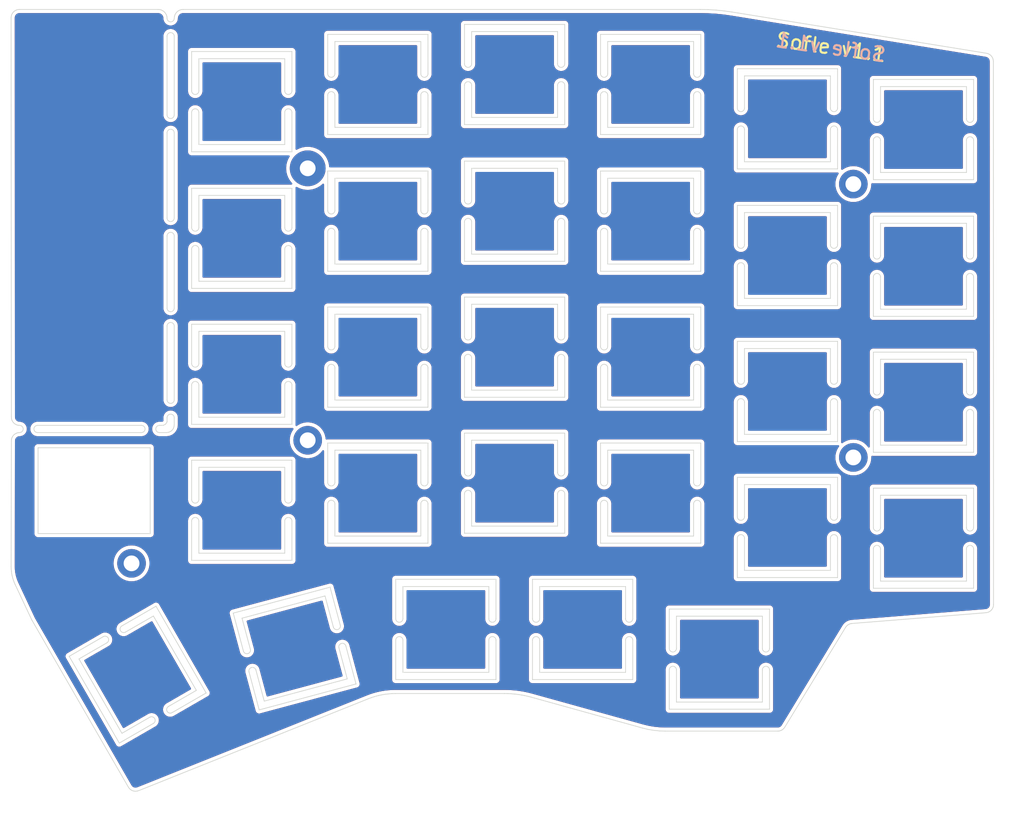
<source format=kicad_pcb>
(kicad_pcb (version 20211014) (generator pcbnew)
  (layers (0 "F.Cu" signal) (31 "B.Cu" signal) (34 "B.Paste" user) (35 "F.Paste" user) (36 "B.SilkS" user "B.Silkscreen") (37 "F.SilkS" user "F.Silkscreen") (38 "B.Mask" user) (39 "F.Mask" user) (44 "Edge.Cuts" user))
  (net 0 "")
  (footprint "Wire_Pads:SolderWirePad_single_0-8mmDrill" (layer "F.Cu") (at 61.766398 38.760024)
    (fp_text reference "" (at 0 0) (layer "F.SilkS") (effects (font (size 1.27 1.27))))
    (fp_text value "" (at 0 0) (layer "F.SilkS") (effects (font (size 1.27 1.27))))
    (pad "1" thru_hole circle locked (at 0 0) (size 5 5) (drill 2.2) (layers *.Cu *.Mask))
  )
  (footprint "Wire_Pads:SolderWirePad_single_0-8mmDrill" (layer "F.Cu") (at 137.9664 40.960936)
    (fp_text reference "" (at 0 0) (layer "F.SilkS") (effects (font (size 1.27 1.27))))
    (fp_text value "" (at 0 0) (layer "F.SilkS") (effects (font (size 1.27 1.27))))
    (pad "5" thru_hole circle locked (at 0 0) (size 4 4) (drill 2.2) (layers *.Cu *.Mask))
  )
  (footprint "Wire_Pads:SolderWirePad_single_0-8mmDrill" (layer "F.Cu") (at 137.9664 79.159995)
    (fp_text reference "" (at 0 0) (layer "F.SilkS") (effects (font (size 1.27 1.27))))
    (fp_text value "" (at 0 0) (layer "F.SilkS") (effects (font (size 1.27 1.27))))
    (pad "4" thru_hole circle locked (at 0 0) (size 4 4) (drill 2.2) (layers *.Cu *.Mask))
  )
  (footprint "Wire_Pads:SolderWirePad_single_0-8mmDrill" (layer "F.Cu") (at 61.766398 76.759696)
    (fp_text reference "" (at 0 0) (layer "F.SilkS") (effects (font (size 1.27 1.27))))
    (fp_text value "" (at 0 0) (layer "F.SilkS") (effects (font (size 1.27 1.27))))
    (pad "2" thru_hole circle locked (at 0 0) (size 4 4) (drill 2.2) (layers *.Cu *.Mask))
  )
  (footprint "Wire_Pads:SolderWirePad_single_0-8mmDrill" (layer "F.Cu") (at 37.166501 93.96057)
    (fp_text reference "" (at 0 0) (layer "F.SilkS") (effects (font (size 1.27 1.27))))
    (fp_text value "" (at 0 0) (layer "F.SilkS") (effects (font (size 1.27 1.27))))
    (pad "3" thru_hole circle locked (at 0 0) (size 4 4) (drill 2.2) (layers *.Cu *.Mask))
  )
  (gr_line (start 59.56026 60.542304) (end 59.56026 60.542304) (layer "Edge.Cuts") (width 0.1))
  (gr_line (start 43.12809 74.60769) (end 43.12809 73.607534) (layer "Edge.Cuts") (width 0.1))
  (gr_arc (start 116.66151 44.64277) (mid 116.16151 45.142614) (end 115.66151 44.64277) (layer "Edge.Cuts") (width 0.1))
  (gr_line (start 45.56232 47.043104) (end 45.56232 41.543104) (layer "Edge.Cuts") (width 0.1))
  (gr_line (start 153.76151 88.945451) (end 153.76151 88.945451) (layer "Edge.Cuts") (width 0.1))
  (gr_arc (start 43.12809 58.297755) (mid 42.62809 58.797599) (end 42.12809 58.297755) (layer "Edge.Cuts") (width 0.1))
  (gr_arc (start 102.66151 85.643554) (mid 103.16151 85.14371) (end 103.66151 85.643554) (layer "Edge.Cuts") (width 0.1))
  (gr_line (start 37.345083 125.74429) (end 37.160986 125.66199) (layer "Edge.Cuts") (width 0.1))
  (gr_line (start 74.06112 110.194223) (end 74.06112 104.693587) (layer "Edge.Cuts") (width 0.1))
  (gr_line (start 112.26018 114.34458) (end 112.26018 114.34458) (layer "Edge.Cuts") (width 0.1))
  (gr_line (start 88.06112 104.693587) (end 88.05906 110.194223) (layer "Edge.Cuts") (width 0.1))
  (gr_line (start 78.55947 20.042037) (end 78.56153 25.542037) (layer "Edge.Cuts") (width 0.1))
  (gr_line (start 83.66231 37.753389) (end 97.66025 37.753389) (layer "Edge.Cuts") (width 0.1))
  (gr_line (start 65.56152 63.642004) (end 65.56152 59.142004) (layer "Edge.Cuts") (width 0.1))
  (gr_line (start 20.719001 74.345692) (end 20.578091 74.175218) (layer "Edge.Cuts") (width 0.1))
  (gr_line (start 156.70267 100.81872) (end 156.9034 100.74192) (layer "Edge.Cuts") (width 0.1))
  (gr_line (start 40.582731 99.9504) (end 40.582731 99.9504) (layer "Edge.Cuts") (width 0.1))
  (gr_arc (start 43.12809 17.797755) (mid 42.628012 18.297597) (end 42.12809 17.797599) (layer "Edge.Cuts") (width 0.1))
  (gr_arc (start 46.56232 47.043104) (mid 46.06232 47.542948) (end 45.56232 47.043104) (layer "Edge.Cuts") (width 0.1))
  (gr_line (start 137.26031 102.5303) (end 137.14997 102.6075) (layer "Edge.Cuts") (width 0.1))
  (gr_line (start 41.940437 74.495342) (end 42.12809 74.195342) (layer "Edge.Cuts") (width 0.1))
  (gr_line (start 70.686032 112.71382) (end 70.228932 112.88427) (layer "Edge.Cuts") (width 0.1))
  (gr_line (start 153.76152 27.343744) (end 153.76152 31.843744) (layer "Edge.Cuts") (width 0.1))
  (gr_line (start 134.76231 71.442414) (end 134.76231 75.94257) (layer "Edge.Cuts") (width 0.1))
  (gr_line (start 78.55946 53.143284) (end 64.56152 53.143284) (layer "Edge.Cuts") (width 0.1))
  (gr_line (start 102.66151 44.64277) (end 102.66151 39.14277) (layer "Edge.Cuts") (width 0.1))
  (gr_arc (start 78.56152 63.642004) (mid 78.06152 64.141848) (end 77.56152 63.642004) (layer "Edge.Cuts") (width 0.1))
  (gr_line (start 51.368758 100.91306) (end 51.368758 100.91306) (layer "Edge.Cuts") (width 0.1))
  (gr_arc (start 42.12809 20.297443) (mid 42.62809 19.797599) (end 43.12809 20.297443) (layer "Edge.Cuts") (width 0.1))
  (gr_line (start 58.56232 54.543104) (end 46.56232 54.543104) (layer "Edge.Cuts") (width 0.1))
  (gr_line (start 77.56152 66.641848) (end 77.56152 71.142004) (layer "Edge.Cuts") (width 0.1))
  (gr_line (start 35.819591 102.7004) (end 40.582731 99.9504) (layer "Edge.Cuts") (width 0.1))
  (gr_line (start 116.65945 58.14197) (end 116.65945 58.14197) (layer "Edge.Cuts") (width 0.1))
  (gr_line (start 140.76151 83.445451) (end 154.75945 83.445451) (layer "Edge.Cuts") (width 0.1))
  (gr_line (start 46.56232 42.543104) (end 58.56232 42.543104) (layer "Edge.Cuts") (width 0.1))
  (gr_line (start 96.66231 88.754329) (end 84.66231 88.754329) (layer "Edge.Cuts") (width 0.1))
  (gr_line (start 20.568484 95.999121) (end 20.490626 95.689131) (layer "Edge.Cuts") (width 0.1))
  (gr_line (start 122.76232 30.342603) (end 122.76232 25.842603) (layer "Edge.Cuts") (width 0.1))
  (gr_line (start 39.775232 89.794734) (end 24.114455 89.794734) (layer "Edge.Cuts") (width 0.1))
  (gr_line (start 20.578091 74.175218) (end 20.4716 73.979529) (layer "Edge.Cuts") (width 0.1))
  (gr_line (start 64.56153 25.542037) (end 64.56153 20.042037) (layer "Edge.Cuts") (width 0.1))
  (gr_line (start 125.26018 101.3441) (end 125.26018 105.8441) (layer "Edge.Cuts") (width 0.1))
  (gr_line (start 58.56232 66.042304) (end 58.56232 66.042304) (layer "Edge.Cuts") (width 0.1))
  (gr_line (start 59.56026 93.544524) (end 59.56026 93.544524) (layer "Edge.Cuts") (width 0.1))
  (gr_line (start 140.76151 64.443711) (end 140.76151 64.443711) (layer "Edge.Cuts") (width 0.1))
  (gr_line (start 134.76232 33.342447) (end 134.76232 37.842603) (layer "Edge.Cuts") (width 0.1))
  (gr_line (start 126.25812 100.3441) (end 126.25812 100.3441) (layer "Edge.Cuts") (width 0.1))
  (gr_line (start 96.66231 38.753389) (end 96.66231 43.253389) (layer "Edge.Cuts") (width 0.1))
  (gr_line (start 84.66231 81.254329) (end 84.66231 76.754329) (layer "Edge.Cuts") (width 0.1))
  (gr_line (start 121.76232 30.342603) (end 121.76232 24.842603) (layer "Edge.Cuts") (width 0.1))
  (gr_line (start 96.66231 62.252589) (end 96.66231 62.252589) (layer "Edge.Cuts") (width 0.1))
  (gr_line (start 47.581701 112.072972) (end 47.581701 112.072972) (layer "Edge.Cuts") (width 0.1))
  (gr_line (start 64.88973 97.290126) (end 64.88973 97.290126) (layer "Edge.Cuts") (width 0.1))
  (gr_line (start 140.76151 59.444991) (end 140.76151 59.444991) (layer "Edge.Cuts") (width 0.1))
  (gr_line (start 121.76231 57.94385) (end 121.76231 52.443214) (layer "Edge.Cuts") (width 0.1))
  (gr_line (start 45.56232 79.544044) (end 59.56026 79.544044) (layer "Edge.Cuts") (width 0.1))
  (gr_arc (start 41.052629 75.682995) (mid 40.552785 75.182995) (end 41.052629 74.682995) (layer "Edge.Cuts") (width 0.1))
  (gr_arc (start 126.26018 105.8441) (mid 125.76018 106.343944) (end 125.26018 105.8441) (layer "Edge.Cuts") (width 0.1))
  (gr_line (start 154.75945 83.445451) (end 154.75945 83.445451) (layer "Edge.Cuts") (width 0.1))
  (gr_line (start 134.76232 30.342603) (end 134.76232 30.342603) (layer "Edge.Cuts") (width 0.1))
  (gr_line (start 74.06112 96.193743) (end 88.05906 96.193743) (layer "Edge.Cuts") (width 0.1))
  (gr_line (start 64.56153 34.042517) (end 64.56153 34.042517) (layer "Edge.Cuts") (width 0.1))
  (gr_arc (start 53.568679 109.123279) (mid 53.922273 108.511056) (end 54.534605 108.86446) (layer "Edge.Cuts") (width 0.1))
  (gr_line (start 141.76152 27.343744) (end 153.76152 27.343744) (layer "Edge.Cuts") (width 0.1))
  (gr_line (start 77.56152 59.142004) (end 77.56152 63.642004) (layer "Edge.Cuts") (width 0.1))
  (gr_line (start 116.65945 91.14419) (end 116.65945 91.14419) (layer "Edge.Cuts") (width 0.1))
  (gr_arc (start 122.76231 49.44337) (mid 122.26231 49.943214) (end 121.76231 49.44337) (layer "Edge.Cuts") (width 0.1))
  (gr_line (start 36.993044 125.54802) (end 36.845906 125.40403) (layer "Edge.Cuts") (width 0.1))
  (gr_arc (start 116.66151 63.64197) (mid 116.16151 64.141814) (end 115.66151 63.64197) (layer "Edge.Cuts") (width 0.1))
  (gr_arc (start 134.76232 33.342447) (mid 135.26232 32.842603) (end 135.76232 33.342447) (layer "Edge.Cuts") (width 0.1))
  (gr_line (start 78.55946 91.144224) (end 78.55946 91.144224) (layer "Edge.Cuts") (width 0.1))
  (gr_arc (start 87.06112 104.693587) (mid 87.56112 104.193743) (end 88.06112 104.693587) (layer "Edge.Cuts") (width 0.1))
  (gr_line (start 84.66231 57.752589) (end 96.66231 57.752589) (layer "Edge.Cuts") (width 0.1))
  (gr_arc (start 78.56153 25.542037) (mid 78.06153 26.041881) (end 77.56153 25.542037) (layer "Edge.Cuts") (width 0.1))
  (gr_line (start 115.66152 28.541847) (end 115.66152 33.042003) (layer "Edge.Cuts") (width 0.1))
  (gr_line (start 154.75945 78.444191) (end 140.76151 78.444191) (layer "Edge.Cuts") (width 0.1))
  (gr_line (start 24.034085 74.682995) (end 38.552785 74.682995) (layer "Edge.Cuts") (width 0.1))
  (gr_line (start 94.16192 97.193743) (end 106.16192 97.193743) (layer "Edge.Cuts") (width 0.1))
  (gr_line (start 140.76151 50.944511) (end 140.76151 45.444511) (layer "Edge.Cuts") (width 0.1))
  (gr_line (start 45.56232 55.543584) (end 45.56232 50.042948) (layer "Edge.Cuts") (width 0.1))
  (gr_line (start 91.60829 112.35172) (end 91.140049 112.27982) (layer "Edge.Cuts") (width 0.1))
  (gr_line (start 121.76232 38.843083) (end 121.76232 33.342447) (layer "Edge.Cuts") (width 0.1))
  (gr_line (start 35.8244 117.70873) (end 29.8244 107.316426) (layer "Edge.Cuts") (width 0.1))
  (gr_line (start 140.76152 40.344224) (end 140.76152 40.344224) (layer "Edge.Cuts") (width 0.1))
  (gr_line (start 83.66231 56.752589) (end 83.66231 56.752589) (layer "Edge.Cuts") (width 0.1))
  (gr_line (start 20.380394 76.834997) (end 20.404158 76.602743) (layer "Edge.Cuts") (width 0.1))
  (gr_arc (start 33.22165 104.200322) (mid 33.904528 104.383413) (end 33.72165 105.066348) (layer "Edge.Cuts") (width 0.1))
  (gr_line (start 78.55946 39.142804) (end 78.55946 39.142804) (layer "Edge.Cuts") (width 0.1))
  (gr_line (start 77.56153 28.541881) (end 77.56153 33.042037) (layer "Edge.Cuts") (width 0.1))
  (gr_line (start 83.66231 75.754329) (end 83.66231 75.754329) (layer "Edge.Cuts") (width 0.1))
  (gr_line (start 121.76231 43.94337) (end 135.76025 43.94337) (layer "Edge.Cuts") (width 0.1))
  (gr_line (start 96.66231 50.753389) (end 84.66231 50.753389) (layer "Edge.Cuts") (width 0.1))
  (gr_arc (start 83.66231 65.252433) (mid 84.16231 64.752589) (end 84.66231 65.252433) (layer "Edge.Cuts") (width 0.1))
  (gr_line (start 134.76231 63.94257) (end 134.76231 68.44257) (layer "Edge.Cuts") (width 0.1))
  (gr_line (start 126.26018 108.843944) (end 126.25812 114.34458) (layer "Edge.Cuts") (width 0.1))
  (gr_line (start 93.16192 96.193743) (end 107.15986 96.193743) (layer "Edge.Cuts") (width 0.1))
  (gr_line (start 116.66151 66.641814) (end 116.65945 72.14245) (layer "Edge.Cuts") (width 0.1))
  (gr_line (start 59.56026 55.543584) (end 45.56232 55.543584) (layer "Edge.Cuts") (width 0.1))
  (gr_line (start 59.56232 69.042148) (end 59.56026 74.542784) (layer "Edge.Cuts") (width 0.1))
  (gr_line (start 116.65946 20.042003) (end 116.66152 25.542003) (layer "Edge.Cuts") (width 0.1))
  (gr_line (start 68.51332 110.813551) (end 68.51332 110.813551) (layer "Edge.Cuts") (width 0.1))
  (gr_line (start 42.12809 45.7028) (end 42.12809 33.797443) (layer "Edge.Cuts") (width 0.1))
  (gr_line (start 103.66151 82.64371) (end 103.66151 78.14371) (layer "Edge.Cuts") (width 0.1))
  (gr_line (start 157.36755 100.32325) (end 157.23964 100.49007) (layer "Edge.Cuts") (width 0.1))
  (gr_line (start 122.76231 75.94257) (end 122.76231 71.442414) (layer "Edge.Cuts") (width 0.1))
  (gr_arc (start 97.66231 43.253389) (mid 97.16231 43.753233) (end 96.66231 43.253389) (layer "Edge.Cuts") (width 0.1))
  (gr_line (start 120.98514 16.915076) (end 156.55012 22.680439) (layer "Edge.Cuts") (width 0.1))
  (gr_line (start 96.66232 31.652622) (end 84.66232 31.652622) (layer "Edge.Cuts") (width 0.1))
  (gr_line (start 64.88973 97.290126) (end 66.315224 102.602185) (layer "Edge.Cuts") (width 0.1))
  (gr_line (start 153.76152 39.343744) (end 141.76152 39.343744) (layer "Edge.Cuts") (width 0.1))
  (gr_line (start 134.76232 37.842603) (end 122.76232 37.842603) (layer "Edge.Cuts") (width 0.1))
  (gr_line (start 20.8897 74.486328) (end 20.719001 74.345692) (layer "Edge.Cuts") (width 0.1))
  (gr_line (start 140.76151 45.444511) (end 154.75945 45.444511) (layer "Edge.Cuts") (width 0.1))
  (gr_line (start 84.66232 19.652622) (end 96.66232 19.652622) (layer "Edge.Cuts") (width 0.1))
  (gr_line (start 141.76151 58.444511) (end 141.76151 53.944355) (layer "Edge.Cuts") (width 0.1))
  (gr_line (start 156.93654 22.816749) (end 157.10129 22.930883) (layer "Edge.Cuts") (width 0.1))
  (gr_line (start 43.339331 17.106036) (end 43.490368 16.922977) (layer "Edge.Cuts") (width 0.1))
  (gr_arc (start 42.12809 73.607534) (mid 42.62809 73.10769) (end 43.12809 73.607534) (layer "Edge.Cuts") (width 0.1))
  (gr_line (start 75.06112 97.193743) (end 87.06112 97.193743) (layer "Edge.Cuts") (width 0.1))
  (gr_arc (start 64.56152 47.642648) (mid 65.06152 47.142804) (end 65.56152 47.642648) (layer "Edge.Cuts") (width 0.1))
  (gr_line (start 20.42991 95.375333) (end 20.386493 95.058438) (layer "Edge.Cuts") (width 0.1))
  (gr_line (start 78.55946 77.143744) (end 78.56152 82.643744) (layer "Edge.Cuts") (width 0.1))
  (gr_line (start 153.76151 46.444511) (end 153.76151 50.944511) (layer "Edge.Cuts") (width 0.1))
  (gr_line (start 77.56152 52.142804) (end 65.56152 52.142804) (layer "Edge.Cuts") (width 0.1))
  (gr_line (start 64.56152 39.142804) (end 64.56152 39.142804) (layer "Edge.Cuts") (width 0.1))
  (gr_line (start 116.65945 77.14371) (end 116.65945 77.14371) (layer "Edge.Cuts") (width 0.1))
  (gr_arc (start 115.66151 66.641814) (mid 116.16151 66.14197) (end 116.66151 66.641814) (layer "Edge.Cuts") (width 0.1))
  (gr_line (start 21.534241 74.682995) (end 21.301949 74.659605) (layer "Edge.Cuts") (width 0.1))
  (gr_line (start 122.76232 25.842603) (end 134.76232 25.842603) (layer "Edge.Cuts") (width 0.1))
  (gr_line (start 64.56152 58.142004) (end 64.56152 58.142004) (layer "Edge.Cuts") (width 0.1))
  (gr_line (start 43.12809 17.797599) (end 43.15322 17.54832) (layer "Edge.Cuts") (width 0.1))
  (gr_arc (start 24.034085 75.682995) (mid 23.534241 75.182995) (end 24.034085 74.682995) (layer "Edge.Cuts") (width 0.1))
  (gr_line (start 102.66151 39.14277) (end 102.66151 39.14277) (layer "Edge.Cuts") (width 0.1))
  (gr_line (start 140.76151 45.444511) (end 140.76151 45.444511) (layer "Edge.Cuts") (width 0.1))
  (gr_line (start 59.56027 22.442337) (end 59.56233 27.942337) (layer "Edge.Cuts") (width 0.1))
  (gr_line (start 116.65945 39.14277) (end 116.65945 39.14277) (layer "Edge.Cuts") (width 0.1))
  (gr_line (start 116.65945 53.14325) (end 116.65945 53.14325) (layer "Edge.Cuts") (width 0.1))
  (gr_line (start 45.56233 36.442817) (end 45.56233 30.942181) (layer "Edge.Cuts") (width 0.1))
  (gr_line (start 46.56232 85.044044) (end 46.56232 80.544044) (layer "Edge.Cuts") (width 0.1))
  (gr_arc (start 64.56152 85.643588) (mid 65.06152 85.143744) (end 65.56152 85.643588) (layer "Edge.Cuts") (width 0.1))
  (gr_line (start 117.69011 16.582979) (end 118.79246 16.649499) (layer "Edge.Cuts") (width 0.1))
  (gr_line (start 115.66151 52.14277) (end 103.66151 52.14277) (layer "Edge.Cuts") (width 0.1))
  (gr_arc (start 154.76152 31.843744) (mid 154.26152 32.343588) (end 153.76152 31.843744) (layer "Edge.Cuts") (width 0.1))
  (gr_line (start 20.404158 73.763247) (end 20.380394 73.530993) (layer "Edge.Cuts") (width 0.1))
  (gr_line (start 64.56152 53.143284) (end 64.56152 47.642648) (layer "Edge.Cuts") (width 0.1))
  (gr_line (start 153.76151 65.443711) (end 153.76151 69.943711) (layer "Edge.Cuts") (width 0.1))
  (gr_arc (start 116.66152 25.542003) (mid 116.16152 26.041847) (end 115.66152 25.542003) (layer "Edge.Cuts") (width 0.1))
  (gr_line (start 58.56232 47.043104) (end 58.56232 47.043104) (layer "Edge.Cuts") (width 0.1))
  (gr_line (start 59.56026 93.544524) (end 45.56232 93.544524) (layer "Edge.Cuts") (width 0.1))
  (gr_arc (start 75.06112 101.693743) (mid 74.56112 102.193587) (end 74.06112 101.693743) (layer "Edge.Cuts") (width 0.1))
  (gr_arc (start 103.66151 63.64197) (mid 103.16151 64.141814) (end 102.66151 63.64197) (layer "Edge.Cuts") (width 0.1))
  (gr_line (start 97.66025 37.753389) (end 97.66231 43.253389) (layer "Edge.Cuts") (width 0.1))
  (gr_line (start 140.76152 40.344224) (end 140.76152 34.843588) (layer "Edge.Cuts") (width 0.1))
  (gr_arc (start 121.76232 33.342447) (mid 122.26232 32.842603) (end 122.76232 33.342447) (layer "Edge.Cuts") (width 0.1))
  (gr_line (start 87.06112 109.193743) (end 75.06112 109.193743) (layer "Edge.Cuts") (width 0.1))
  (gr_line (start 115.66151 85.643554) (end 115.66151 90.14371) (layer "Edge.Cuts") (width 0.1))
  (gr_line (start 106.16192 97.193743) (end 106.16192 101.693743) (layer "Edge.Cuts") (width 0.1))
  (gr_line (start 103.66152 33.042003) (end 103.66152 28.541847) (layer "Edge.Cuts") (width 0.1))
  (gr_line (start 121.76231 81.94431) (end 121.76231 81.94431) (layer "Edge.Cuts") (width 0.1))
  (gr_line (start 141.76151 88.945451) (end 141.76151 84.445451) (layer "Edge.Cuts") (width 0.1))
  (gr_line (start 20.4716 73.979529) (end 20.404158 73.763247) (layer "Edge.Cuts") (width 0.1))
  (gr_line (start 115.66151 44.64277) (end 115.66151 44.64277) (layer "Edge.Cuts") (width 0.1))
  (gr_line (start 116.65946 34.042483) (end 102.66152 34.042483) (layer "Edge.Cuts") (width 0.1))
  (gr_line (start 90.197474 112.18372) (end 89.723948 112.15962) (layer "Edge.Cuts") (width 0.1))
  (gr_line (start 111.68762 117.4017) (end 110.877774 117.3742) (layer "Edge.Cuts") (width 0.1))
  (gr_arc (start 36.319591 103.566426) (mid 35.636713 103.383335) (end 35.819591 102.7004) (layer "Edge.Cuts") (width 0.1))
  (gr_line (start 154.75945 59.444991) (end 154.75945 59.444991) (layer "Edge.Cuts") (width 0.1))
  (gr_line (start 153.76151 77.443711) (end 141.76151 77.443711) (layer "Edge.Cuts") (width 0.1))
  (gr_line (start 24.034085 75.682995) (end 38.552785 75.682995) (layer "Edge.Cuts") (width 0.1))
  (gr_line (start 58.56232 69.042148) (end 58.56232 73.542304) (layer "Edge.Cuts") (width 0.1))
  (gr_line (start 127.56044 117.3917) (end 127.41132 117.4017) (layer "Edge.Cuts") (width 0.1))
  (gr_line (start 141.76151 77.443711) (end 141.76151 72.943555) (layer "Edge.Cuts") (width 0.1))
  (gr_line (start 46.56232 66.042304) (end 46.56232 61.542304) (layer "Edge.Cuts") (width 0.1))
  (gr_line (start 157.51785 23.817182) (end 157.54485 99.70857) (layer "Edge.Cuts") (width 0.1))
  (gr_line (start 140.76151 83.445451) (end 140.76151 83.445451) (layer "Edge.Cuts") (width 0.1))
  (gr_arc (start 135.76231 49.44337) (mid 135.26231 49.943214) (end 134.76231 49.44337) (layer "Edge.Cuts") (width 0.1))
  (gr_line (start 77.56152 71.142004) (end 65.56152 71.142004) (layer "Edge.Cuts") (width 0.1))
  (gr_arc (start 141.76151 69.943711) (mid 141.26151 70.443555) (end 140.76151 69.943711) (layer "Edge.Cuts") (width 0.1))
  (gr_line (start 64.56152 91.144224) (end 64.56152 85.643588) (layer "Edge.Cuts") (width 0.1))
  (gr_line (start 20.490626 95.689131) (end 20.42991 95.375333) (layer "Edge.Cuts") (width 0.1))
  (gr_line (start 58.56233 27.942337) (end 58.56233 27.942337) (layer "Edge.Cuts") (width 0.1))
  (gr_line (start 113.26018 105.8441) (end 113.26018 101.3441) (layer "Edge.Cuts") (width 0.1))
  (gr_line (start 128.30947 116.9708) (end 128.20987 117.0797) (layer "Edge.Cuts") (width 0.1))
  (gr_line (start 154.75945 64.443711) (end 154.76151 69.943711) (layer "Edge.Cuts") (width 0.1))
  (gr_line (start 103.66151 63.64197) (end 103.66151 59.14197) (layer "Edge.Cuts") (width 0.1))
  (gr_line (start 35.456929 119.073212) (end 35.456929 119.073212) (layer "Edge.Cuts") (width 0.1))
  (gr_line (start 141.76151 96.445451) (end 141.76151 91.945295) (layer "Edge.Cuts") (width 0.1))
  (gr_line (start 37.540687 125.79339) (end 37.345083 125.74429) (layer "Edge.Cuts") (width 0.1))
  (gr_arc (start 42.12809 48.202488) (mid 42.62809 47.702644) (end 43.12809 48.202488) (layer "Edge.Cuts") (width 0.1))
  (gr_line (start 78.56152 85.643588) (end 78.55946 91.144224) (layer "Edge.Cuts") (width 0.1))
  (gr_line (start 122.76231 68.44257) (end 122.76231 63.94257) (layer "Edge.Cuts") (width 0.1))
  (gr_line (start 134.76231 82.94431) (end 134.76231 87.44431) (layer "Edge.Cuts") (width 0.1))
  (gr_line (start 116.65945 39.14277) (end 116.66151 44.64277) (layer "Edge.Cuts") (width 0.1))
  (gr_line (start 64.56153 20.042037) (end 78.55947 20.042037) (layer "Edge.Cuts") (width 0.1))
  (gr_line (start 20.4716 76.386461) (end 20.578091 76.190772) (layer "Edge.Cuts") (width 0.1))
  (gr_line (start 64.56152 53.143284) (end 64.56152 53.143284) (layer "Edge.Cuts") (width 0.1))
  (gr_line (start 83.66231 75.754329) (end 97.66025 75.754329) (layer "Edge.Cuts") (width 0.1))
  (gr_line (start 77.56153 21.042037) (end 77.56153 25.542037) (layer "Edge.Cuts") (width 0.1))
  (gr_line (start 141.76151 50.944511) (end 141.76151 46.444511) (layer "Edge.Cuts") (width 0.1))
  (gr_arc (start 122.76231 68.44257) (mid 122.26231 68.942414) (end 121.76231 68.44257) (layer "Edge.Cuts") (width 0.1))
  (gr_line (start 83.66231 51.753869) (end 83.66231 46.253233) (layer "Edge.Cuts") (width 0.1))
  (gr_line (start 78.55946 39.142804) (end 78.56152 44.642804) (layer "Edge.Cuts") (width 0.1))
  (gr_line (start 42.649368 75.502335) (end 42.813144 75.368049) (layer "Edge.Cuts") (width 0.1))
  (gr_line (start 140.76151 97.445931) (end 140.76151 91.945295) (layer "Edge.Cuts") (width 0.1))
  (gr_line (start 107.15986 96.193743) (end 107.15986 96.193743) (layer "Edge.Cuts") (width 0.1))
  (gr_line (start 125.26018 108.843944) (end 125.26018 113.3441) (layer "Edge.Cuts") (width 0.1))
  (gr_line (start 77.56152 78.143744) (end 77.56152 82.643744) (layer "Edge.Cuts") (width 0.1))
  (gr_line (start 36.319591 103.566426) (end 40.216705 101.316426) (layer "Edge.Cuts") (width 0.1))
  (gr_line (start 109.274757 117.1557) (end 108.48711 116.9654) (layer "Edge.Cuts") (width 0.1))
  (gr_line (start 78.56152 66.641848) (end 78.55946 72.142484) (layer "Edge.Cuts") (width 0.1))
  (gr_arc (start 45.56232 69.042148) (mid 46.06232 68.542304) (end 46.56232 69.042148) (layer "Edge.Cuts") (width 0.1))
  (gr_line (start 121.76231 62.94257) (end 135.76025 62.94257) (layer "Edge.Cuts") (width 0.1))
  (gr_line (start 41.140471 16.585828) (end 41.372649 16.657898) (layer "Edge.Cuts") (width 0.1))
  (gr_arc (start 64.56153 28.541881) (mid 65.06153 28.042037) (end 65.56153 28.541881) (layer "Edge.Cuts") (width 0.1))
  (gr_line (start 134.76231 75.94257) (end 122.76231 75.94257) (layer "Edge.Cuts") (width 0.1))
  (gr_line (start 42.813144 75.368049) (end 42.94743 75.204273) (layer "Edge.Cuts") (width 0.1))
  (gr_line (start 103.66152 21.042003) (end 115.66152 21.042003) (layer "Edge.Cuts") (width 0.1))
  (gr_line (start 156.55012 22.680439) (end 156.75179 22.732069) (layer "Edge.Cuts") (width 0.1))
  (gr_line (start 97.66232 27.152466) (end 97.66026 32.653102) (layer "Edge.Cuts") (width 0.1))
  (gr_line (start 77.56152 40.142804) (end 77.56152 44.642804) (layer "Edge.Cuts") (width 0.1))
  (gr_line (start 64.56152 91.144224) (end 64.56152 91.144224) (layer "Edge.Cuts") (width 0.1))
  (gr_arc (start 59.56232 66.042304) (mid 59.06232 66.542148) (end 58.56232 66.042304) (layer "Edge.Cuts") (width 0.1))
  (gr_line (start 153.76151 96.445451) (end 141.76151 96.445451) (layer "Edge.Cuts") (width 0.1))
  (gr_line (start 115.66151 66.641814) (end 115.66151 71.14197) (layer "Edge.Cuts") (width 0.1))
  (gr_line (start 64.56152 44.642804) (end 64.56152 39.142804) (layer "Edge.Cuts") (width 0.1))
  (gr_line (start 42.94743 75.204273) (end 43.04624 75.019193) (layer "Edge.Cuts") (width 0.1))
  (gr_line (start 141.76151 46.444511) (end 153.76151 46.444511) (layer "Edge.Cuts") (width 0.1))
  (gr_line (start 20.352194 94.418197) (end 20.380394 76.834997) (layer "Edge.Cuts") (width 0.1))
  (gr_line (start 46.216705 111.70873) (end 42.319591 113.95873) (layer "Edge.Cuts") (width 0.1))
  (gr_line (start 78.55946 72.142484) (end 78.55946 72.142484) (layer "Edge.Cuts") (width 0.1))
  (gr_line (start 72.094938 112.33642) (end 71.619848 112.43974) (layer "Edge.Cuts") (width 0.1))
  (gr_line (start 116.65946 20.042003) (end 116.65946 20.042003) (layer "Edge.Cuts") (width 0.1))
  (gr_line (start 84.66231 50.753389) (end 84.66231 46.253233) (layer "Edge.Cuts") (width 0.1))
  (gr_line (start 115.66152 21.042003) (end 115.66152 25.542003) (layer "Edge.Cuts") (width 0.1))
  (gr_arc (start 153.76151 53.944355) (mid 154.26151 53.444511) (end 154.76151 53.944355) (layer "Edge.Cuts") (width 0.1))
  (gr_line (start 154.75945 45.444511) (end 154.75945 45.444511) (layer "Edge.Cuts") (width 0.1))
  (gr_line (start 83.66232 32.653102) (end 83.66232 32.653102) (layer "Edge.Cuts") (width 0.1))
  (gr_line (start 102.66151 39.14277) (end 116.65945 39.14277) (layer "Edge.Cuts") (width 0.1))
  (gr_arc (start 78.56152 44.642804) (mid 78.06152 45.142648) (end 77.56152 44.642804) (layer "Edge.Cuts") (width 0.1))
  (gr_line (start 97.66231 46.253233) (end 97.66025 51.753869) (layer "Edge.Cuts") (width 0.1))
  (gr_line (start 59.56232 50.042948) (end 59.56026 55.543584) (layer "Edge.Cuts") (width 0.1))
  (gr_line (start 24.114455 77.808911) (end 24.114455 77.808911) (layer "Edge.Cuts") (width 0.1))
  (gr_line (start 102.66151 72.14245) (end 102.66151 66.641814) (layer "Edge.Cuts") (width 0.1))
  (gr_line (start 78.56153 28.541881) (end 78.55947 34.042517) (layer "Edge.Cuts") (width 0.1))
  (gr_line (start 97.66025 37.753389) (end 97.66025 37.753389) (layer "Edge.Cuts") (width 0.1))
  (gr_line (start 20.372073 17.480547) (end 20.439198 17.2643) (layer "Edge.Cuts") (width 0.1))
  (gr_line (start 116.585533 16.560779) (end 117.69011 16.582979) (layer "Edge.Cuts") (width 0.1))
  (gr_line (start 40.22165 116.324678) (end 35.456929 119.073212) (layer "Edge.Cuts") (width 0.1))
  (gr_line (start 154.75945 78.444191) (end 154.75945 78.444191) (layer "Edge.Cuts") (width 0.1))
  (gr_line (start 54.992349 114.436485) (end 53.568679 109.123279) (layer "Edge.Cuts") (width 0.1))
  (gr_line (start 102.66151 91.14419) (end 102.66151 91.14419) (layer "Edge.Cuts") (width 0.1))
  (gr_line (start 102.66152 34.042483) (end 102.66152 28.541847) (layer "Edge.Cuts") (width 0.1))
  (gr_line (start 134.76231 56.94337) (end 122.76231 56.94337) (layer "Edge.Cuts") (width 0.1))
  (gr_line (start 64.56152 77.143744) (end 64.56152 77.143744) (layer "Edge.Cuts") (width 0.1))
  (gr_line (start 83.66232 32.653102) (end 83.66232 27.152466) (layer "Edge.Cuts") (width 0.1))
  (gr_line (start 135.76231 71.442414) (end 135.76025 76.94305) (layer "Edge.Cuts") (width 0.1))
  (gr_arc (start 53.758188 105.966833) (mid 53.404595 106.579055) (end 52.792263 106.225652) (layer "Edge.Cuts") (width 0.1))
  (gr_line (start 135.76025 57.94385) (end 135.76025 57.94385) (layer "Edge.Cuts") (width 0.1))
  (gr_arc (start 121.76231 71.442414) (mid 122.26231 70.94257) (end 122.76231 71.442414) (layer "Edge.Cuts") (width 0.1))
  (gr_line (start 140.76151 88.945451) (end 140.76151 83.445451) (layer "Edge.Cuts") (width 0.1))
  (gr_line (start 96.66231 69.752589) (end 84.66231 69.752589) (layer "Edge.Cuts") (width 0.1))
  (gr_line (start 64.56152 39.142804) (end 78.55946 39.142804) (layer "Edge.Cuts") (width 0.1))
  (gr_line (start 140.76152 26.343744) (end 140.76152 26.343744) (layer "Edge.Cuts") (width 0.1))
  (gr_line (start 97.66025 89.754809) (end 97.66025 89.754809) (layer "Edge.Cuts") (width 0.1))
  (gr_line (start 106.16192 104.693587) (end 106.16192 109.193743) (layer "Edge.Cuts") (width 0.1))
  (gr_line (start 42.263547 75.662145) (end 42.464288 75.601145) (layer "Edge.Cuts") (width 0.1))
  (gr_line (start 153.76151 58.444511) (end 141.76151 58.444511) (layer "Edge.Cuts") (width 0.1))
  (gr_line (start 157.52395 99.92838) (end 157.46355 100.13465) (layer "Edge.Cuts") (width 0.1))
  (gr_line (start 59.56026 60.542304) (end 59.56232 66.042304) (layer "Edge.Cuts") (width 0.1))
  (gr_arc (start 46.56232 85.044044) (mid 46.06232 85.543888) (end 45.56232 85.044044) (layer "Edge.Cuts") (width 0.1))
  (gr_line (start 90.669642 112.22382) (end 90.197474 112.18372) (layer "Edge.Cuts") (width 0.1))
  (gr_line (start 102.66151 82.64371) (end 102.66151 77.14371) (layer "Edge.Cuts") (width 0.1))
  (gr_line (start 65.56152 40.142804) (end 77.56152 40.142804) (layer "Edge.Cuts") (width 0.1))
  (gr_line (start 65.349298 102.861004) (end 65.349298 102.861004) (layer "Edge.Cuts") (width 0.1))
  (gr_line (start 126.25812 114.34458) (end 126.25812 114.34458) (layer "Edge.Cuts") (width 0.1))
  (gr_line (start 41.582755 16.77194) (end 41.765812 16.922977) (layer "Edge.Cuts") (width 0.1))
  (gr_line (start 134.76231 68.44257) (end 134.76231 68.44257) (layer "Edge.Cuts") (width 0.1))
  (gr_line (start 64.56152 63.642004) (end 64.56152 58.142004) (layer "Edge.Cuts") (width 0.1))
  (gr_line (start 84.66232 24.152622) (end 84.66232 19.652622) (layer "Edge.Cuts") (width 0.1))
  (gr_line (start 20.386493 95.058438) (end 20.360534 94.739155) (layer "Edge.Cuts") (width 0.1))
  (gr_line (start 77.56152 63.642004) (end 77.56152 63.642004) (layer "Edge.Cuts") (width 0.1))
  (gr_line (start 135.76026 24.842603) (end 135.76232 30.342603) (layer "Edge.Cuts") (width 0.1))
  (gr_line (start 97.66025 75.754329) (end 97.66025 75.754329) (layer "Edge.Cuts") (width 0.1))
  (gr_line (start 102.66151 77.14371) (end 116.65945 77.14371) (layer "Edge.Cuts") (width 0.1))
  (gr_line (start 115.66152 33.042003) (end 103.66152 33.042003) (layer "Edge.Cuts") (width 0.1))
  (gr_arc (start 77.56152 66.641848) (mid 78.06152 66.142004) (end 78.56152 66.641848) (layer "Edge.Cuts") (width 0.1))
  (gr_line (start 45.56232 93.544524) (end 45.56232 93.544524) (layer "Edge.Cuts") (width 0.1))
  (gr_line (start 118.79246 16.649499) (end 119.89124 16.760234) (layer "Edge.Cuts") (width 0.1))
  (gr_line (start 154.75946 26.343744) (end 154.75946 26.343744) (layer "Edge.Cuts") (width 0.1))
  (gr_line (start 92.99598 112.66219) (end 92.53666 112.54295) (layer "Edge.Cuts") (width 0.1))
  (gr_line (start 127.97565 117.2537) (end 127.84418 117.317) (layer "Edge.Cuts") (width 0.1))
  (gr_line (start 43.15322 17.54832) (end 43.22529 17.316141) (layer "Edge.Cuts") (width 0.1))
  (gr_line (start 20.360534 94.739155) (end 20.352194 94.418197) (layer "Edge.Cuts") (width 0.1))
  (gr_line (start 23.204634 101.80262) (end 20.90333 96.899137) (layer "Edge.Cuts") (width 0.1))
  (gr_arc (start 45.56232 88.043888) (mid 46.06232 87.544044) (end 46.56232 88.043888) (layer "Edge.Cuts") (width 0.1))
  (gr_line (start 97.66026 32.653102) (end 83.66232 32.653102) (layer "Edge.Cuts") (width 0.1))
  (gr_line (start 45.56233 22.442337) (end 59.56027 22.442337) (layer "Edge.Cuts") (width 0.1))
  (gr_line (start 78.55946 58.142004) (end 78.55946 58.142004) (layer "Edge.Cuts") (width 0.1))
  (gr_line (start 58.56233 23.442337) (end 58.56233 27.942337) (layer "Edge.Cuts") (width 0.1))
  (gr_line (start 135.76232 33.342447) (end 135.76026 38.843083) (layer "Edge.Cuts") (width 0.1))
  (gr_line (start 83.66231 89.754809) (end 83.66231 89.754809) (layer "Edge.Cuts") (width 0.1))
  (gr_arc (start 77.56152 85.643588) (mid 78.06152 85.143744) (end 78.56152 85.643588) (layer "Edge.Cuts") (width 0.1))
  (gr_line (start 45.56232 74.542784) (end 45.56232 74.542784) (layer "Edge.Cuts") (width 0.1))
  (gr_arc (start 84.66231 62.252589) (mid 84.16231 62.752433) (end 83.66231 62.252589) (layer "Edge.Cuts") (width 0.1))
  (gr_line (start 107.15986 110.194223) (end 107.15986 110.194223) (layer "Edge.Cuts") (width 0.1))
  (gr_line (start 92.53666 112.54295) (end 92.073962 112.43942) (layer "Edge.Cuts") (width 0.1))
  (gr_arc (start 45.56232 50.042948) (mid 46.06232 49.543104) (end 46.56232 50.042948) (layer "Edge.Cuts") (width 0.1))
  (gr_line (start 88.05906 110.194223) (end 74.06112 110.194223) (layer "Edge.Cuts") (width 0.1))
  (gr_arc (start 115.66151 85.643554) (mid 116.16151 85.14371) (end 116.66151 85.643554) (layer "Edge.Cuts") (width 0.1))
  (gr_line (start 74.06112 110.194223) (end 74.06112 110.194223) (layer "Edge.Cuts") (width 0.1))
  (gr_arc (start 154.76151 69.943711) (mid 154.26151 70.443555) (end 153.76151 69.943711) (layer "Edge.Cuts") (width 0.1))
  (gr_line (start 45.56233 36.442817) (end 45.56233 36.442817) (layer "Edge.Cuts") (width 0.1))
  (gr_line (start 40.216705 101.316426) (end 46.216705 111.70873) (layer "Edge.Cuts") (width 0.1))
  (gr_line (start 154.75945 64.443711) (end 154.75945 64.443711) (layer "Edge.Cuts") (width 0.1))
  (gr_line (start 78.56152 47.642648) (end 78.55946 53.143284) (layer "Edge.Cuts") (width 0.1))
  (gr_line (start 83.66232 24.152622) (end 83.66232 18.652622) (layer "Edge.Cuts") (width 0.1))
  (gr_line (start 71.619848 112.43974) (end 71.149941 112.5656) (layer "Edge.Cuts") (width 0.1))
  (gr_line (start 46.56232 61.542304) (end 58.56232 61.542304) (layer "Edge.Cuts") (width 0.1))
  (gr_line (start 103.66151 52.14277) (end 103.66151 47.642614) (layer "Edge.Cuts") (width 0.1))
  (gr_line (start 115.66151 90.14371) (end 103.66151 90.14371) (layer "Edge.Cuts") (width 0.1))
  (gr_line (start 74.06112 101.693743) (end 74.06112 96.193743) (layer "Edge.Cuts") (width 0.1))
  (gr_line (start 42.03089 17.316141) (end 42.10296 17.54832) (layer "Edge.Cuts") (width 0.1))
  (gr_line (start 153.76151 50.944511) (end 153.76151 50.944511) (layer "Edge.Cuts") (width 0.1))
  (gr_line (start 135.76025 76.94305) (end 121.76231 76.94305) (layer "Edge.Cuts") (width 0.1))
  (gr_line (start 115.66151 47.642614) (end 115.66151 52.14277) (layer "Edge.Cuts") (width 0.1))
  (gr_line (start 40.891192 16.560698) (end 41.140471 16.585828) (layer "Edge.Cuts") (width 0.1))
  (gr_line (start 46.56232 54.543104) (end 46.56232 50.042948) (layer "Edge.Cuts") (width 0.1))
  (gr_line (start 20.8897 75.879662) (end 21.085559 75.773485) (layer "Edge.Cuts") (width 0.1))
  (gr_arc (start 135.76231 87.44431) (mid 135.26231 87.944154) (end 134.76231 87.44431) (layer "Edge.Cuts") (width 0.1))
  (gr_line (start 78.55946 72.142484) (end 64.56152 72.142484) (layer "Edge.Cuts") (width 0.1))
  (gr_line (start 137.37891 102.4665) (end 137.26031 102.5303) (layer "Edge.Cuts") (width 0.1))
  (gr_line (start 59.56026 74.542784) (end 45.56232 74.542784) (layer "Edge.Cuts") (width 0.1))
  (gr_line (start 39.72165 115.458652) (end 35.8244 117.70873) (layer "Edge.Cuts") (width 0.1))
  (gr_line (start 75.06112 109.193743) (end 75.06112 104.693587) (layer "Edge.Cuts") (width 0.1))
  (gr_arc (start 43.12809 45.7028) (mid 42.62809 46.202644) (end 42.12809 45.7028) (layer "Edge.Cuts") (width 0.1))
  (gr_line (start 65.56153 33.042037) (end 65.56153 28.541881) (layer "Edge.Cuts") (width 0.1))
  (gr_line (start 102.66151 58.14197) (end 102.66151 58.14197) (layer "Edge.Cuts") (width 0.1))
  (gr_arc (start 97.66231 62.252589) (mid 97.16231 62.752433) (end 96.66231 62.252589) (layer "Edge.Cuts") (width 0.1))
  (gr_line (start 84.66231 76.754329) (end 96.66231 76.754329) (layer "Edge.Cuts") (width 0.1))
  (gr_line (start 20.90333 96.899137) (end 20.774994 96.604835) (layer "Edge.Cuts") (width 0.1))
  (gr_line (start 71.149941 112.5656) (end 70.686032 112.71382) (layer "Edge.Cuts") (width 0.1))
  (gr_line (start 83.66231 70.753069) (end 83.66231 65.252433) (layer "Edge.Cuts") (width 0.1))
  (gr_line (start 83.66231 56.752589) (end 97.66025 56.752589) (layer "Edge.Cuts") (width 0.1))
  (gr_line (start 113.26018 101.3441) (end 125.26018 101.3441) (layer "Edge.Cuts") (width 0.1))
  (gr_line (start 45.56232 79.544044) (end 45.56232 79.544044) (layer "Edge.Cuts") (width 0.1))
  (gr_line (start 84.66231 88.754329) (end 84.66231 84.254173) (layer "Edge.Cuts") (width 0.1))
  (gr_line (start 154.76152 34.843588) (end 154.75946 40.344224) (layer "Edge.Cuts") (width 0.1))
  (gr_line (start 78.55947 34.042517) (end 64.56153 34.042517) (layer "Edge.Cuts") (width 0.1))
  (gr_line (start 65.56152 82.643744) (end 65.56152 78.143744) (layer "Edge.Cuts") (width 0.1))
  (gr_line (start 44.364988 16.560698) (end 116.585533 16.560779) (layer "Edge.Cuts") (width 0.1))
  (gr_arc (start 102.66152 28.541847) (mid 103.16152 28.042003) (end 103.66152 28.541847) (layer "Edge.Cuts") (width 0.1))
  (gr_line (start 45.56232 55.543584) (end 45.56232 55.543584) (layer "Edge.Cuts") (width 0.1))
  (gr_line (start 135.76025 81.94431) (end 135.76025 81.94431) (layer "Edge.Cuts") (width 0.1))
  (gr_line (start 70.228932 112.88427) (end 38.150042 125.72519) (layer "Edge.Cuts") (width 0.1))
  (gr_line (start 45.56233 27.942337) (end 45.56233 22.442337) (layer "Edge.Cuts") (width 0.1))
  (gr_arc (start 121.76231 52.443214) (mid 122.26231 51.94337) (end 122.76231 52.443214) (layer "Edge.Cuts") (width 0.1))
  (gr_line (start 46.56232 47.043104) (end 46.56232 42.543104) (layer "Edge.Cuts") (width 0.1))
  (gr_line (start 45.56232 74.542784) (end 45.56232 69.042148) (layer "Edge.Cuts") (width 0.1))
  (gr_line (start 116.66151 85.643554) (end 116.65945 91.14419) (layer "Edge.Cuts") (width 0.1))
  (gr_line (start 42.319591 113.95873) (end 42.319591 113.95873) (layer "Edge.Cuts") (width 0.1))
  (gr_line (start 58.56232 92.544044) (end 46.56232 92.544044) (layer "Edge.Cuts") (width 0.1))
  (gr_line (start 122.76232 37.842603) (end 122.76232 33.342447) (layer "Edge.Cuts") (width 0.1))
  (gr_line (start 59.56027 22.442337) (end 59.56027 22.442337) (layer "Edge.Cuts") (width 0.1))
  (gr_line (start 92.073962 112.43942) (end 91.60829 112.35172) (layer "Edge.Cuts") (width 0.1))
  (gr_line (start 54.992349 114.436485) (end 54.992349 114.436485) (layer "Edge.Cuts") (width 0.1))
  (gr_line (start 67.290441 110.105448) (end 55.699331 113.211276) (layer "Edge.Cuts") (width 0.1))
  (gr_line (start 134.76231 90.444154) (end 134.76231 94.94431) (layer "Edge.Cuts") (width 0.1))
  (gr_line (start 42.10296 17.54832) (end 42.12809 17.797599) (layer "Edge.Cuts") (width 0.1))
  (gr_arc (start 140.76152 34.843588) (mid 141.26152 34.343744) (end 141.76152 34.843588) (layer "Edge.Cuts") (width 0.1))
  (gr_line (start 20.856571 16.757445) (end 21.052256 16.65123) (layer "Edge.Cuts") (width 0.1))
  (gr_line (start 37.160986 125.66199) (end 36.993044 125.54802) (layer "Edge.Cuts") (width 0.1))
  (gr_line (start 141.76152 39.343744) (end 141.76152 34.843588) (layer "Edge.Cuts") (width 0.1))
  (gr_arc (start 83.66231 84.254173) (mid 84.16231 83.754329) (end 84.66231 84.254173) (layer "Edge.Cuts") (width 0.1))
  (gr_arc (start 65.56153 25.542037) (mid 65.06153 26.041881) (end 64.56153 25.542037) (layer "Edge.Cuts") (width 0.1))
  (gr_arc (start 116.66151 82.64371) (mid 116.16151 83.143554) (end 115.66151 82.64371) (layer "Edge.Cuts") (width 0.1))
  (gr_line (start 135.76025 76.94305) (end 135.76025 76.94305) (layer "Edge.Cuts") (width 0.1))
  (gr_line (start 43.12809 45.7028) (end 43.12809 33.797443) (layer "Edge.Cuts") (width 0.1))
  (gr_arc (start 43.12809 31.297755) (mid 42.62809 31.797599) (end 42.12809 31.297755) (layer "Edge.Cuts") (width 0.1))
  (gr_line (start 83.66231 62.252589) (end 83.66231 56.752589) (layer "Edge.Cuts") (width 0.1))
  (gr_line (start 96.66231 81.254329) (end 96.66231 81.254329) (layer "Edge.Cuts") (width 0.1))
  (gr_line (start 41.940437 74.495342) (end 41.590437 74.682995) (layer "Edge.Cuts") (width 0.1))
  (gr_line (start 43.12809 31.297755) (end 43.12809 20.297443) (layer "Edge.Cuts") (width 0.1))
  (gr_line (start 65.56152 78.143744) (end 77.56152 78.143744) (layer "Edge.Cuts") (width 0.1))
  (gr_arc (start 94.16192 101.693743) (mid 93.66192 102.193587) (end 93.16192 101.693743) (layer "Edge.Cuts") (width 0.1))
  (gr_line (start 97.66026 18.652622) (end 97.66026 18.652622) (layer "Edge.Cuts") (width 0.1))
  (gr_arc (start 154.76151 50.944511) (mid 154.26151 51.444355) (end 153.76151 50.944511) (layer "Edge.Cuts") (width 0.1))
  (gr_line (start 93.16192 96.193743) (end 93.16192 96.193743) (layer "Edge.Cuts") (width 0.1))
  (gr_line (start 128.20987 117.0797) (end 128.09807 117.1743) (layer "Edge.Cuts") (width 0.1))
  (gr_arc (start 58.56232 69.042148) (mid 59.06232 68.542304) (end 59.56232 69.042148) (layer "Edge.Cuts") (width 0.1))
  (gr_line (start 134.76231 87.44431) (end 134.76231 87.44431) (layer "Edge.Cuts") (width 0.1))
  (gr_line (start 83.66231 70.753069) (end 83.66231 70.753069) (layer "Edge.Cuts") (width 0.1))
  (gr_line (start 77.56152 44.642804) (end 77.56152 44.642804) (layer "Edge.Cuts") (width 0.1))
  (gr_arc (start 65.56152 63.642004) (mid 65.06152 64.141848) (end 64.56152 63.642004) (layer "Edge.Cuts") (width 0.1))
  (gr_line (start 72.574401 112.25582) (end 72.094938 112.33642) (layer "Edge.Cuts") (width 0.1))
  (gr_line (start 43.04624 75.019193) (end 43.10724 74.818452) (layer "Edge.Cuts") (width 0.1))
  (gr_line (start 45.56232 41.543104) (end 59.56026 41.543104) (layer "Edge.Cuts") (width 0.1))
  (gr_line (start 64.56152 72.142484) (end 64.56152 66.641848) (layer "Edge.Cuts") (width 0.1))
  (gr_line (start 113.26018 113.3441) (end 113.26018 108.843944) (layer "Edge.Cuts") (width 0.1))
  (gr_arc (start 97.66231 81.254329) (mid 97.16231 81.754173) (end 96.66231 81.254329) (layer "Edge.Cuts") (width 0.1))
  (gr_line (start 84.66231 43.253389) (end 84.66231 38.753389) (layer "Edge.Cuts") (width 0.1))
  (gr_arc (start 59.56232 85.044044) (mid 59.06232 85.543888) (end 58.56232 85.044044) (layer "Edge.Cuts") (width 0.1))
  (gr_line (start 78.55946 91.144224) (end 64.56152 91.144224) (layer "Edge.Cuts") (width 0.1))
  (gr_line (start 153.76151 72.943555) (end 153.76151 77.443711) (layer "Edge.Cuts") (width 0.1))
  (gr_line (start 96.66231 84.254173) (end 96.66231 88.754329) (layer "Edge.Cuts") (width 0.1))
  (gr_arc (start 42.12809 33.797443) (mid 42.62809 33.297599) (end 43.12809 33.797443) (layer "Edge.Cuts") (width 0.1))
  (gr_arc (start 77.56152 47.642648) (mid 78.06152 47.142804) (end 78.56152 47.642648) (layer "Edge.Cuts") (width 0.1))
  (gr_line (start 58.56232 61.542304) (end 58.56232 66.042304) (layer "Edge.Cuts") (width 0.1))
  (gr_arc (start 38.552785 74.682995) (mid 39.052629 75.182995) (end 38.552785 75.682995) (layer "Edge.Cuts") (width 0.1))
  (gr_line (start 65.56152 71.142004) (end 65.56152 66.641848) (layer "Edge.Cuts") (width 0.1))
  (gr_line (start 112.26018 100.3441) (end 126.25812 100.3441) (layer "Edge.Cuts") (width 0.1))
  (gr_line (start 137.50454 102.4168) (end 137.37891 102.4665) (layer "Edge.Cuts") (width 0.1))
  (gr_line (start 135.76025 62.94257) (end 135.76231 68.44257) (layer "Edge.Cuts") (width 0.1))
  (gr_arc (start 74.06112 104.693587) (mid 74.56112 104.193743) (end 75.06112 104.693587) (layer "Edge.Cuts") (width 0.1))
  (gr_line (start 20.54541 17.068613) (end 20.686079 16.898117) (layer "Edge.Cuts") (width 0.1))
  (gr_arc (start 58.56232 88.043888) (mid 59.06232 87.544044) (end 59.56232 88.043888) (layer "Edge.Cuts") (width 0.1))
  (gr_arc (start 115.66151 47.642614) (mid 116.16151 47.14277) (end 116.66151 47.642614) (layer "Edge.Cuts") (width 0.1))
  (gr_line (start 121.76231 81.94431) (end 135.76025 81.94431) (layer "Edge.Cuts") (width 0.1))
  (gr_line (start 77.56152 85.643588) (end 77.56152 90.143744) (layer "Edge.Cuts") (width 0.1))
  (gr_line (start 154.75946 40.344224) (end 140.76152 40.344224) (layer "Edge.Cuts") (width 0.1))
  (gr_line (start 97.66231 84.254173) (end 97.66025 89.754809) (layer "Edge.Cuts") (width 0.1))
  (gr_line (start 83.66231 89.754809) (end 83.66231 84.254173) (layer "Edge.Cuts") (width 0.1))
  (gr_line (start 106.16192 101.693743) (end 106.16192 101.693743) (layer "Edge.Cuts") (width 0.1))
  (gr_line (start 157.44495 23.413953) (end 157.49905 23.609852) (layer "Edge.Cuts") (width 0.1))
  (gr_line (start 121.76232 24.842603) (end 121.76232 24.842603) (layer "Edge.Cuts") (width 0.1))
  (gr_line (start 97.66025 89.754809) (end 83.66231 89.754809) (layer "Edge.Cuts") (width 0.1))
  (gr_line (start 140.76151 97.445931) (end 140.76151 97.445931) (layer "Edge.Cuts") (width 0.1))
  (gr_arc (start 78.56152 82.643744) (mid 78.06152 83.143588) (end 77.56152 82.643744) (layer "Edge.Cuts") (width 0.1))
  (gr_line (start 127.41132 117.4017) (end 111.68762 117.4017) (layer "Edge.Cuts") (width 0.1))
  (gr_line (start 97.66231 65.252433) (end 97.66025 70.753069) (layer "Edge.Cuts") (width 0.1))
  (gr_line (start 122.76231 56.94337) (end 122.76231 52.443214) (layer "Edge.Cuts") (width 0.1))
  (gr_arc (start 46.56233 27.942337) (mid 46.06233 28.442181) (end 45.56233 27.942337) (layer "Edge.Cuts") (width 0.1))
  (gr_line (start 116.66151 47.642614) (end 116.65945 53.14325) (layer "Edge.Cuts") (width 0.1))
  (gr_line (start 115.66151 78.14371) (end 115.66151 82.64371) (layer "Edge.Cuts") (width 0.1))
  (gr_line (start 127.70525 117.3633) (end 127.56044 117.3917) (layer "Edge.Cuts") (width 0.1))
  (gr_line (start 65.56153 21.042037) (end 77.56153 21.042037) (layer "Edge.Cuts") (width 0.1))
  (gr_line (start 64.56152 77.143744) (end 78.55946 77.143744) (layer "Edge.Cuts") (width 0.1))
  (gr_line (start 128.09807 117.1743) (end 127.97565 117.2537) (layer "Edge.Cuts") (width 0.1))
  (gr_line (start 21.268501 16.584104) (end 21.500673 16.5607) (layer "Edge.Cuts") (width 0.1))
  (gr_line (start 43.10724 74.818452) (end 43.12809 74.60769) (layer "Edge.Cuts") (width 0.1))
  (gr_line (start 91.140049 112.27982) (end 90.669642 112.22382) (layer "Edge.Cuts") (width 0.1))
  (gr_line (start 115.66151 40.14277) (end 115.66151 44.64277) (layer "Edge.Cuts") (width 0.1))
  (gr_arc (start 77.56153 28.541881) (mid 78.06153 28.042037) (end 78.56153 28.541881) (layer "Edge.Cuts") (width 0.1))
  (gr_arc (start 122.76232 30.342603) (mid 122.26232 30.842447) (end 121.76232 30.342603) (layer "Edge.Cuts") (width 0.1))
  (gr_arc (start 83.66232 27.152466) (mid 84.16232 26.652622) (end 84.66232 27.152466) (layer "Edge.Cuts") (width 0.1))
  (gr_arc (start 39.72165 115.458652) (mid 40.404528 115.641743) (end 40.22165 116.324678) (layer "Edge.Cuts") (width 0.1))
  (gr_line (start 154.76151 91.945295) (end 154.75945 97.445931) (layer "Edge.Cuts") (width 0.1))
  (gr_line (start 121.76232 38.843083) (end 121.76232 38.843083) (layer "Edge.Cuts") (width 0.1))
  (gr_line (start 141.76151 69.943711) (end 141.76151 65.443711) (layer "Edge.Cuts") (width 0.1))
  (gr_line (start 45.56232 93.544524) (end 45.56232 88.043888) (layer "Edge.Cuts") (width 0.1))
  (gr_line (start 140.76152 31.843744) (end 140.76152 26.343744) (layer "Edge.Cuts") (width 0.1))
  (gr_arc (start 135.76231 68.44257) (mid 135.26231 68.942414) (end 134.76231 68.44257) (layer "Edge.Cuts") (width 0.1))
  (gr_arc (start 134.76231 90.444154) (mid 135.26231 89.94431) (end 135.76231 90.444154) (layer "Edge.Cuts") (width 0.1))
  (gr_line (start 75.06112 101.693743) (end 75.06112 97.193743) (layer "Edge.Cuts") (width 0.1))
  (gr_line (start 134.76231 49.44337) (end 134.76231 49.44337) (layer "Edge.Cuts") (width 0.1))
  (gr_line (start 77.56152 47.642648) (end 77.56152 52.142804) (layer "Edge.Cuts") (width 0.1))
  (gr_line (start 65.56152 59.142004) (end 77.56152 59.142004) (layer "Edge.Cuts") (width 0.1))
  (gr_line (start 115.66151 59.14197) (end 115.66151 63.64197) (layer "Edge.Cuts") (width 0.1))
  (gr_line (start 87.06112 101.693743) (end 87.06112 101.693743) (layer "Edge.Cuts") (width 0.1))
  (gr_line (start 20.774994 96.604835) (end 20.663326 96.304593) (layer "Edge.Cuts") (width 0.1))
  (gr_line (start 102.66151 53.14325) (end 102.66151 53.14325) (layer "Edge.Cuts") (width 0.1))
  (gr_line (start 157.49905 23.609852) (end 157.51785 23.817182) (layer "Edge.Cuts") (width 0.1))
  (gr_line (start 20.578091 76.190772) (end 20.719001 76.020298) (layer "Edge.Cuts") (width 0.1))
  (gr_line (start 55.699331 113.211276) (end 54.534605 108.86446) (layer "Edge.Cuts") (width 0.1))
  (gr_line (start 94.16192 109.193743) (end 94.16192 104.693587) (layer "Edge.Cuts") (width 0.1))
  (gr_line (start 58.56232 42.543104) (end 58.56232 47.043104) (layer "Edge.Cuts") (width 0.1))
  (gr_line (start 65.56152 90.143744) (end 65.56152 85.643588) (layer "Edge.Cuts") (width 0.1))
  (gr_line (start 115.66151 63.64197) (end 115.66151 63.64197) (layer "Edge.Cuts") (width 0.1))
  (gr_arc (start 96.66231 84.254173) (mid 97.16231 83.754329) (end 97.66231 84.254173) (layer "Edge.Cuts") (width 0.1))
  (gr_line (start 64.56152 72.142484) (end 64.56152 72.142484) (layer "Edge.Cuts") (width 0.1))
  (gr_line (start 107.16192 104.693587) (end 107.15986 110.194223) (layer "Edge.Cuts") (width 0.1))
  (gr_line (start 21.085559 75.773485) (end 21.301949 75.706385) (layer "Edge.Cuts") (width 0.1))
  (gr_line (start 116.65945 72.14245) (end 116.65945 72.14245) (layer "Edge.Cuts") (width 0.1))
  (gr_line (start 121.76231 68.44257) (end 121.76231 62.94257) (layer "Edge.Cuts") (width 0.1))
  (gr_line (start 38.150042 125.72519) (end 37.947815 125.78549) (layer "Edge.Cuts") (width 0.1))
  (gr_line (start 66.125715 105.758631) (end 67.290441 110.105448) (layer "Edge.Cuts") (width 0.1))
  (gr_line (start 45.56232 66.042304) (end 45.56232 60.542304) (layer "Edge.Cuts") (width 0.1))
  (gr_line (start 21.301949 74.659605) (end 21.085559 74.592505) (layer "Edge.Cuts") (width 0.1))
  (gr_line (start 88.05906 96.193743) (end 88.06112 101.693743) (layer "Edge.Cuts") (width 0.1))
  (gr_line (start 135.76025 43.94337) (end 135.76231 49.44337) (layer "Edge.Cuts") (width 0.1))
  (gr_line (start 153.76152 31.843744) (end 153.76152 31.843744) (layer "Edge.Cuts") (width 0.1))
  (gr_line (start 102.66151 58.14197) (end 116.65945 58.14197) (layer "Edge.Cuts") (width 0.1))
  (gr_arc (start 106.16192 104.693587) (mid 106.66192 104.193743) (end 107.16192 104.693587) (layer "Edge.Cuts") (width 0.1))
  (gr_line (start 96.66231 57.752589) (end 96.66231 62.252589) (layer "Edge.Cuts") (width 0.1))
  (gr_line (start 121.76231 43.94337) (end 121.76231 43.94337) (layer "Edge.Cuts") (width 0.1))
  (gr_line (start 157.10129 22.930883) (end 157.24299 23.070865) (layer "Edge.Cuts") (width 0.1))
  (gr_line (start 96.66232 19.652622) (end 96.66232 24.152622) (layer "Edge.Cuts") (width 0.1))
  (gr_arc (start 141.76151 50.944511) (mid 141.26151 51.444355) (end 140.76151 50.944511) (layer "Edge.Cuts") (width 0.1))
  (gr_line (start 52.593503 101.620166) (end 64.184613 98.514338) (layer "Edge.Cuts") (width 0.1))
  (gr_line (start 23.249784 101.88912) (end 23.204634 101.80262) (layer "Edge.Cuts") (width 0.1))
  (gr_arc (start 93.16192 104.693587) (mid 93.66192 104.193743) (end 94.16192 104.693587) (layer "Edge.Cuts") (width 0.1))
  (gr_line (start 97.66025 56.752589) (end 97.66025 56.752589) (layer "Edge.Cuts") (width 0.1))
  (gr_line (start 121.76232 24.842603) (end 135.76026 24.842603) (layer "Edge.Cuts") (width 0.1))
  (gr_line (start 141.76151 65.443711) (end 153.76151 65.443711) (layer "Edge.Cuts") (width 0.1))
  (gr_line (start 59.56026 55.543584) (end 59.56026 55.543584) (layer "Edge.Cuts") (width 0.1))
  (gr_line (start 73.057424 112.19802) (end 72.574401 112.25582) (layer "Edge.Cuts") (width 0.1))
  (gr_line (start 112.26018 105.8441) (end 112.26018 100.3441) (layer "Edge.Cuts") (width 0.1))
  (gr_line (start 84.66231 62.252589) (end 84.66231 57.752589) (layer "Edge.Cuts") (width 0.1))
  (gr_line (start 97.66025 70.753069) (end 83.66231 70.753069) (layer "Edge.Cuts") (width 0.1))
  (gr_line (start 135.76026 38.843083) (end 135.76026 38.843083) (layer "Edge.Cuts") (width 0.1))
  (gr_line (start 126.25812 114.34458) (end 112.26018 114.34458) (layer "Edge.Cuts") (width 0.1))
  (gr_line (start 42.12809 31.297755) (end 42.12809 20.297443) (layer "Edge.Cuts") (width 0.1))
  (gr_line (start 119.89124 16.760234) (end 120.98514 16.915076) (layer "Edge.Cuts") (width 0.1))
  (gr_line (start 125.26018 113.3441) (end 113.26018 113.3441) (layer "Edge.Cuts") (width 0.1))
  (gr_line (start 59.56026 41.543104) (end 59.56232 47.043104) (layer "Edge.Cuts") (width 0.1))
  (gr_line (start 126.25812 100.3441) (end 126.26018 105.8441) (layer "Edge.Cuts") (width 0.1))
  (gr_arc (start 140.76151 72.943555) (mid 141.26151 72.443711) (end 141.76151 72.943555) (layer "Edge.Cuts") (width 0.1))
  (gr_line (start 157.24299 23.070865) (end 157.35855 23.233089) (layer "Edge.Cuts") (width 0.1))
  (gr_line (start 116.65945 77.14371) (end 116.66151 82.64371) (layer "Edge.Cuts") (width 0.1))
  (gr_arc (start 153.76152 34.843588) (mid 154.26152 34.343744) (end 154.76152 34.843588) (layer "Edge.Cuts") (width 0.1))
  (gr_line (start 37.743147 125.80769) (end 37.540687 125.79339) (layer "Edge.Cuts") (width 0.1))
  (gr_line (start 64.56152 82.643744) (end 64.56152 77.143744) (layer "Edge.Cuts") (width 0.1))
  (gr_line (start 84.66232 31.652622) (end 84.66232 27.152466) (layer "Edge.Cuts") (width 0.1))
  (gr_line (start 78.55947 34.042517) (end 78.55947 34.042517) (layer "Edge.Cuts") (width 0.1))
  (gr_line (start 28.457959 106.95064) (end 28.457959 106.95064) (layer "Edge.Cuts") (width 0.1))
  (gr_arc (start 83.66231 46.253233) (mid 84.16231 45.753389) (end 84.66231 46.253233) (layer "Edge.Cuts") (width 0.1))
  (gr_line (start 45.56232 41.543104) (end 45.56232 41.543104) (layer "Edge.Cuts") (width 0.1))
  (gr_arc (start 96.66231 46.253233) (mid 97.16231 45.753389) (end 97.66231 46.253233) (layer "Edge.Cuts") (width 0.1))
  (gr_line (start 153.76151 53.944355) (end 153.76151 58.444511) (layer "Edge.Cuts") (width 0.1))
  (gr_line (start 65.56152 52.142804) (end 65.56152 47.642648) (layer "Edge.Cuts") (width 0.1))
  (gr_line (start 115.66151 71.14197) (end 103.66151 71.14197) (layer "Edge.Cuts") (width 0.1))
  (gr_line (start 64.184613 98.514338) (end 65.349298 102.861004) (layer "Edge.Cuts") (width 0.1))
  (gr_arc (start 113.26018 105.8441) (mid 112.76018 106.343944) (end 112.26018 105.8441) (layer "Edge.Cuts") (width 0.1))
  (gr_line (start 112.26018 100.3441) (end 112.26018 100.3441) (layer "Edge.Cuts") (width 0.1))
  (gr_line (start 156.75179 22.732069) (end 156.93654 22.816749) (layer "Edge.Cuts") (width 0.1))
  (gr_line (start 83.66231 81.254329) (end 83.66231 75.754329) (layer "Edge.Cuts") (width 0.1))
  (gr_line (start 59.56233 30.942181) (end 59.56027 36.442817) (layer "Edge.Cuts") (width 0.1))
  (gr_line (start 134.76231 94.94431) (end 122.76231 94.94431) (layer "Edge.Cuts") (width 0.1))
  (gr_line (start 96.66231 65.252433) (end 96.66231 69.752589) (layer "Edge.Cuts") (width 0.1))
  (gr_arc (start 45.56233 30.942181) (mid 46.06233 30.442337) (end 46.56233 30.942181) (layer "Edge.Cuts") (width 0.1))
  (gr_arc (start 46.56232 66.042304) (mid 46.06232 66.542148) (end 45.56232 66.042304) (layer "Edge.Cuts") (width 0.1))
  (gr_line (start 45.56232 85.044044) (end 45.56232 79.544044) (layer "Edge.Cuts") (width 0.1))
  (gr_arc (start 66.125715 105.758631) (mid 66.479309 105.146409) (end 67.091641 105.499812) (layer "Edge.Cuts") (width 0.1))
  (gr_line (start 103.66151 44.64277) (end 103.66151 40.14277) (layer "Edge.Cuts") (width 0.1))
  (gr_line (start 64.56153 20.042037) (end 64.56153 20.042037) (layer "Edge.Cuts") (width 0.1))
  (gr_line (start 154.75945 97.445931) (end 154.75945 97.445931) (layer "Edge.Cuts") (width 0.1))
  (gr_line (start 103.66151 90.14371) (end 103.66151 85.643554) (layer "Edge.Cuts") (width 0.1))
  (gr_line (start 157.08366 100.631) (end 156.9034 100.74192) (layer "Edge.Cuts") (width 0.1))
  (gr_line (start 153.76151 84.445451) (end 153.76151 88.945451) (layer "Edge.Cuts") (width 0.1))
  (gr_arc (start 153.76151 91.945295) (mid 154.26151 91.445451) (end 154.76151 91.945295) (layer "Edge.Cuts") (width 0.1))
  (gr_arc (start 42.819591 114.824756) (mid 42.136713 114.641665) (end 42.319591 113.95873) (layer "Edge.Cuts") (width 0.1))
  (gr_line (start 47.581701 112.072972) (end 42.819591 114.824756) (layer "Edge.Cuts") (width 0.1))
  (gr_line (start 103.66151 71.14197) (end 103.66151 66.641814) (layer "Edge.Cuts") (width 0.1))
  (gr_line (start 116.65945 58.14197) (end 116.66151 63.64197) (layer "Edge.Cuts") (width 0.1))
  (gr_line (start 135.76025 81.94431) (end 135.76231 87.44431) (layer "Edge.Cuts") (width 0.1))
  (gr_line (start 135.76231 52.443214) (end 135.76025 57.94385) (layer "Edge.Cuts") (width 0.1))
  (gr_line (start 115.66151 82.64371) (end 115.66151 82.64371) (layer "Edge.Cuts") (width 0.1))
  (gr_line (start 103.66151 78.14371) (end 115.66151 78.14371) (layer "Edge.Cuts") (width 0.1))
  (gr_arc (start 65.56152 82.643744) (mid 65.06152 83.143588) (end 64.56152 82.643744) (layer "Edge.Cuts") (width 0.1))
  (gr_line (start 96.66231 43.253389) (end 96.66231 43.253389) (layer "Edge.Cuts") (width 0.1))
  (gr_line (start 77.56152 90.143744) (end 65.56152 90.143744) (layer "Edge.Cuts") (width 0.1))
  (gr_line (start 137.14997 102.6075) (end 137.04909 102.6974) (layer "Edge.Cuts") (width 0.1))
  (gr_line (start 154.76151 53.944355) (end 154.75945 59.444991) (layer "Edge.Cuts") (width 0.1))
  (gr_line (start 156.48528 100.85732) (end 137.77211 102.3628) (layer "Edge.Cuts") (width 0.1))
  (gr_line (start 116.66152 28.541847) (end 116.65946 34.042483) (layer "Edge.Cuts") (width 0.1))
  (gr_line (start 46.56232 92.544044) (end 46.56232 88.043888) (layer "Edge.Cuts") (width 0.1))
  (gr_line (start 36.724222 125.23163) (end 23.249784 101.88912) (layer "Edge.Cuts") (width 0.1))
  (gr_line (start 46.56233 23.442337) (end 58.56233 23.442337) (layer "Edge.Cuts") (width 0.1))
  (gr_line (start 127.84418 117.317) (end 127.70525 117.3633) (layer "Edge.Cuts") (width 0.1))
  (gr_line (start 41.372649 16.657898) (end 41.582755 16.77194) (layer "Edge.Cuts") (width 0.1))
  (gr_line (start 108.48711 116.9654) (end 92.99598 112.66219) (layer "Edge.Cuts") (width 0.1))
  (gr_line (start 45.56232 60.542304) (end 45.56232 60.542304) (layer "Edge.Cuts") (width 0.1))
  (gr_arc (start 84.66231 81.254329) (mid 84.16231 81.754173) (end 83.66231 81.254329) (layer "Edge.Cuts") (width 0.1))
  (gr_line (start 121.76231 87.44431) (end 121.76231 81.94431) (layer "Edge.Cuts") (width 0.1))
  (gr_line (start 157.54485 99.70857) (end 157.52395 99.92838) (layer "Edge.Cuts") (width 0.1))
  (gr_arc (start 97.66232 24.152622) (mid 97.16232 24.652466) (end 96.66232 24.152622) (layer "Edge.Cuts") (width 0.1))
  (gr_arc (start 59.56233 27.942337) (mid 59.06233 28.442181) (end 58.56233 27.942337) (layer "Edge.Cuts") (width 0.1))
  (gr_line (start 43.883531 16.657898) (end 44.115709 16.585828) (layer "Edge.Cuts") (width 0.1))
  (gr_line (start 59.56026 41.543104) (end 59.56026 41.543104) (layer "Edge.Cuts") (width 0.1))
  (gr_line (start 59.56027 36.442817) (end 45.56233 36.442817) (layer "Edge.Cuts") (width 0.1))
  (gr_line (start 46.56232 73.542304) (end 46.56232 69.042148) (layer "Edge.Cuts") (width 0.1))
  (gr_line (start 58.56232 50.042948) (end 58.56232 54.543104) (layer "Edge.Cuts") (width 0.1))
  (gr_line (start 102.66152 20.042003) (end 116.65946 20.042003) (layer "Edge.Cuts") (width 0.1))
  (gr_arc (start 135.76232 30.342603) (mid 135.26232 30.842447) (end 134.76232 30.342603) (layer "Edge.Cuts") (width 0.1))
  (gr_line (start 77.56153 25.542037) (end 77.56153 25.542037) (layer "Edge.Cuts") (width 0.1))
  (gr_line (start 78.55946 58.142004) (end 78.56152 63.642004) (layer "Edge.Cuts") (width 0.1))
  (gr_line (start 83.66231 43.253389) (end 83.66231 37.753389) (layer "Edge.Cuts") (width 0.1))
  (gr_line (start 65.56153 25.542037) (end 65.56153 21.042037) (layer "Edge.Cuts") (width 0.1))
  (gr_line (start 157.23964 100.49007) (end 157.08366 100.631) (layer "Edge.Cuts") (width 0.1))
  (gr_arc (start 84.66232 24.152622) (mid 84.16232 24.652466) (end 83.66232 24.152622) (layer "Edge.Cuts") (width 0.1))
  (gr_arc (start 102.66151 66.641814) (mid 103.16151 66.14197) (end 103.66151 66.641814) (layer "Edge.Cuts") (width 0.1))
  (gr_arc (start 134.76231 52.443214) (mid 135.26231 51.94337) (end 135.76231 52.443214) (layer "Edge.Cuts") (width 0.1))
  (gr_line (start 156.70267 100.81872) (end 156.48528 100.85732) (layer "Edge.Cuts") (width 0.1))
  (gr_line (start 121.76231 95.94479) (end 121.76231 90.444154) (layer "Edge.Cuts") (width 0.1))
  (gr_line (start 154.75946 40.344224) (end 154.75946 40.344224) (layer "Edge.Cuts") (width 0.1))
  (gr_line (start 116.65945 72.14245) (end 102.66151 72.14245) (layer "Edge.Cuts") (width 0.1))
  (gr_line (start 154.75945 83.445451) (end 154.76151 88.945451) (layer "Edge.Cuts") (width 0.1))
  (gr_line (start 41.916849 17.106036) (end 42.03089 17.316141) (layer "Edge.Cuts") (width 0.1))
  (gr_line (start 153.76151 69.943711) (end 153.76151 69.943711) (layer "Edge.Cuts") (width 0.1))
  (gr_arc (start 58.56232 50.042948) (mid 59.06232 49.543104) (end 59.56232 50.042948) (layer "Edge.Cuts") (width 0.1))
  (gr_line (start 103.66151 40.14277) (end 115.66151 40.14277) (layer "Edge.Cuts") (width 0.1))
  (gr_line (start 78.55947 20.042037) (end 78.55947 20.042037) (layer "Edge.Cuts") (width 0.1))
  (gr_line (start 102.66152 25.542003) (end 102.66152 20.042003) (layer "Edge.Cuts") (width 0.1))
  (gr_arc (start 121.76231 90.444154) (mid 122.26231 89.94431) (end 122.76231 90.444154) (layer "Edge.Cuts") (width 0.1))
  (gr_line (start 24.114455 89.794734) (end 24.114455 77.808911) (layer "Edge.Cuts") (width 0.1))
  (gr_line (start 96.66232 27.152466) (end 96.66232 31.652622) (layer "Edge.Cuts") (width 0.1))
  (gr_arc (start 140.76151 91.945295) (mid 141.26151 91.445451) (end 141.76151 91.945295) (layer "Edge.Cuts") (width 0.1))
  (gr_line (start 29.8244 107.316426) (end 33.72165 105.066348) (layer "Edge.Cuts") (width 0.1))
  (gr_line (start 102.66151 53.14325) (end 102.66151 47.642614) (layer "Edge.Cuts") (width 0.1))
  (gr_line (start 141.76151 84.445451) (end 153.76151 84.445451) (layer "Edge.Cuts") (width 0.1))
  (gr_line (start 35.456929 119.073212) (end 28.457959 106.95064) (layer "Edge.Cuts") (width 0.1))
  (gr_line (start 102.66151 91.14419) (end 102.66151 85.643554) (layer "Edge.Cuts") (width 0.1))
  (gr_line (start 67.091641 105.499812) (end 68.51332 110.813551) (layer "Edge.Cuts") (width 0.1))
  (gr_line (start 137.63601 102.382) (end 137.50454 102.4168) (layer "Edge.Cuts") (width 0.1))
  (gr_line (start 110.072566 117.2921) (end 109.274757 117.1557) (layer "Edge.Cuts") (width 0.1))
  (gr_line (start 39.775232 77.808911) (end 39.775232 89.794734) (layer "Edge.Cuts") (width 0.1))
  (gr_line (start 97.66025 51.753869) (end 83.66231 51.753869) (layer "Edge.Cuts") (width 0.1))
  (gr_arc (start 125.26018 108.843944) (mid 125.76018 108.3441) (end 126.26018 108.843944) (layer "Edge.Cuts") (width 0.1))
  (gr_line (start 116.65946 34.042483) (end 116.65946 34.042483) (layer "Edge.Cuts") (width 0.1))
  (gr_line (start 52.792263 106.225652) (end 51.368758 100.91306) (layer "Edge.Cuts") (width 0.1))
  (gr_line (start 102.66152 20.042003) (end 102.66152 20.042003) (layer "Edge.Cuts") (width 0.1))
  (gr_line (start 154.75945 45.444511) (end 154.76151 50.944511) (layer "Edge.Cuts") (width 0.1))
  (gr_line (start 97.66025 51.753869) (end 97.66025 51.753869) (layer "Edge.Cuts") (width 0.1))
  (gr_line (start 59.56026 79.544044) (end 59.56232 85.044044) (layer "Edge.Cuts") (width 0.1))
  (gr_line (start 40.582731 99.9504) (end 47.581701 112.072972) (layer "Edge.Cuts") (width 0.1))
  (gr_line (start 87.06112 97.193743) (end 87.06112 101.693743) (layer "Edge.Cuts") (width 0.1))
  (gr_line (start 43.12809 58.297755) (end 43.12809 48.202488) (layer "Edge.Cuts") (width 0.1))
  (gr_line (start 73.543194 112.16322) (end 73.057424 112.19802) (layer "Edge.Cuts") (width 0.1))
  (gr_arc (start 43.12809 71.10769) (mid 42.62809 71.607534) (end 42.12809 71.10769) (layer "Edge.Cuts") (width 0.1))
  (gr_line (start 96.66231 46.253233) (end 96.66231 50.753389) (layer "Edge.Cuts") (width 0.1))
  (gr_line (start 83.66232 18.652622) (end 83.66232 18.652622) (layer "Edge.Cuts") (width 0.1))
  (gr_line (start 121.76231 49.44337) (end 121.76231 43.94337) (layer "Edge.Cuts") (width 0.1))
  (gr_line (start 20.380394 73.530993) (end 20.348669 17.71272) (layer "Edge.Cuts") (width 0.1))
  (gr_line (start 37.947815 125.78549) (end 37.743147 125.80769) (layer "Edge.Cuts") (width 0.1))
  (gr_line (start 134.76231 44.94337) (end 134.76231 49.44337) (layer "Edge.Cuts") (width 0.1))
  (gr_line (start 125.26018 105.8441) (end 125.26018 105.8441) (layer "Edge.Cuts") (width 0.1))
  (gr_line (start 78.55946 53.143284) (end 78.55946 53.143284) (layer "Edge.Cuts") (width 0.1))
  (gr_line (start 112.26018 114.34458) (end 112.26018 108.843944) (layer "Edge.Cuts") (width 0.1))
  (gr_line (start 102.66151 63.64197) (end 102.66151 58.14197) (layer "Edge.Cuts") (width 0.1))
  (gr_line (start 77.56152 82.643744) (end 77.56152 82.643744) (layer "Edge.Cuts") (width 0.1))
  (gr_arc (start 103.66151 44.64277) (mid 103.16151 45.142614) (end 102.66151 44.64277) (layer "Edge.Cuts") (width 0.1))
  (gr_line (start 107.15986 110.194223) (end 93.16192 110.194223) (layer "Edge.Cuts") (width 0.1))
  (gr_line (start 153.76152 34.843588) (end 153.76152 39.343744) (layer "Edge.Cuts") (width 0.1))
  (gr_line (start 58.56232 85.044044) (end 58.56232 85.044044) (layer "Edge.Cuts") (width 0.1))
  (gr_line (start 20.686079 16.898117) (end 20.856571 16.757445) (layer "Edge.Cuts") (width 0.1))
  (gr_line (start 20.663326 96.304593) (end 20.568484 95.999121) (layer "Edge.Cuts") (width 0.1))
  (gr_line (start 116.65945 53.14325) (end 102.66151 53.14325) (layer "Edge.Cuts") (width 0.1))
  (gr_arc (start 134.76231 71.442414) (mid 135.26231 70.94257) (end 135.76231 71.442414) (layer "Edge.Cuts") (width 0.1))
  (gr_arc (start 107.16192 101.693743) (mid 106.66192 102.193587) (end 106.16192 101.693743) (layer "Edge.Cuts") (width 0.1))
  (gr_line (start 41.765812 16.922977) (end 41.916849 17.106036) (layer "Edge.Cuts") (width 0.1))
  (gr_line (start 84.66231 69.752589) (end 84.66231 65.252433) (layer "Edge.Cuts") (width 0.1))
  (gr_line (start 43.12809 71.10769) (end 43.12809 60.797443) (layer "Edge.Cuts") (width 0.1))
  (gr_line (start 137.04909 102.6974) (end 136.95889 102.79916) (layer "Edge.Cuts") (width 0.1))
  (gr_arc (start 102.66151 47.642614) (mid 103.16151 47.14277) (end 103.66151 47.642614) (layer "Edge.Cuts") (width 0.1))
  (gr_line (start 58.56233 30.942181) (end 58.56233 35.442337) (layer "Edge.Cuts") (width 0.1))
  (gr_line (start 94.16192 101.693743) (end 94.16192 97.193743) (layer "Edge.Cuts") (width 0.1))
  (gr_line (start 20.348669 17.71272) (end 20.372073 17.480547) (layer "Edge.Cuts") (width 0.1))
  (gr_line (start 74.06112 96.193743) (end 74.06112 96.193743) (layer "Edge.Cuts") (width 0.1))
  (gr_arc (start 42.12809 60.797443) (mid 42.62809 60.297599) (end 43.12809 60.797443) (layer "Edge.Cuts") (width 0.1))
  (gr_line (start 83.66232 18.652622) (end 97.66026 18.652622) (layer "Edge.Cuts") (width 0.1))
  (gr_line (start 121.76231 76.94305) (end 121.76231 71.442414) (layer "Edge.Cuts") (width 0.1))
  (gr_line (start 97.66025 70.753069) (end 97.66025 70.753069) (layer "Edge.Cuts") (width 0.1))
  (gr_arc (start 88.06112 101.693743) (mid 87.56112 102.193587) (end 87.06112 101.693743) (layer "Edge.Cuts") (width 0.1))
  (gr_arc (start 112.26018 108.843944) (mid 112.76018 108.3441) (end 113.26018 108.843944) (layer "Edge.Cuts") (width 0.1))
  (gr_line (start 103.66152 25.542003) (end 103.66152 21.042003) (layer "Edge.Cuts") (width 0.1))
  (gr_arc (start 64.56152 66.641848) (mid 65.06152 66.142004) (end 65.56152 66.641848) (layer "Edge.Cuts") (width 0.1))
  (gr_line (start 43.490368 16.922977) (end 43.673425 16.77194) (layer "Edge.Cuts") (width 0.1))
  (gr_line (start 68.51332 110.813551) (end 54.992349 114.436485) (layer "Edge.Cuts") (width 0.1))
  (gr_line (start 135.76025 95.94479) (end 121.76231 95.94479) (layer "Edge.Cuts") (width 0.1))
  (gr_line (start 106.16192 109.193743) (end 94.16192 109.193743) (layer "Edge.Cuts") (width 0.1))
  (gr_line (start 45.56232 60.542304) (end 59.56026 60.542304) (layer "Edge.Cuts") (width 0.1))
  (gr_line (start 137.77211 102.3628) (end 137.63601 102.382) (layer "Edge.Cuts") (width 0.1))
  (gr_line (start 59.56026 74.542784) (end 59.56026 74.542784) (layer "Edge.Cuts") (width 0.1))
  (gr_line (start 65.56152 44.642804) (end 65.56152 40.142804) (layer "Edge.Cuts") (width 0.1))
  (gr_line (start 45.56233 22.442337) (end 45.56233 22.442337) (layer "Edge.Cuts") (width 0.1))
  (gr_line (start 140.76151 64.443711) (end 154.75945 64.443711) (layer "Edge.Cuts") (width 0.1))
  (gr_arc (start 141.76152 31.843744) (mid 141.26152 32.343588) (end 140.76152 31.843744) (layer "Edge.Cuts") (width 0.1))
  (gr_arc (start 103.66151 82.64371) (mid 103.16151 83.143554) (end 102.66151 82.64371) (layer "Edge.Cuts") (width 0.1))
  (gr_line (start 97.66025 56.752589) (end 97.66231 62.252589) (layer "Edge.Cuts") (width 0.1))
  (gr_line (start 83.66231 51.753869) (end 83.66231 51.753869) (layer "Edge.Cuts") (width 0.1))
  (gr_line (start 74.0309 112.15162) (end 73.543194 112.16322) (layer "Edge.Cuts") (width 0.1))
  (gr_arc (start 141.76151 88.945451) (mid 141.26151 89.445295) (end 140.76151 88.945451) (layer "Edge.Cuts") (width 0.1))
  (gr_line (start 135.76025 62.94257) (end 135.76025 62.94257) (layer "Edge.Cuts") (width 0.1))
  (gr_line (start 84.66231 38.753389) (end 96.66231 38.753389) (layer "Edge.Cuts") (width 0.1))
  (gr_line (start 41.052629 75.682995) (end 42.052785 75.682995) (layer "Edge.Cuts") (width 0.1))
  (gr_line (start 21.052256 16.65123) (end 21.268501 16.584104) (layer "Edge.Cuts") (width 0.1))
  (gr_line (start 46.56232 80.544044) (end 58.56232 80.544044) (layer "Edge.Cuts") (width 0.1))
  (gr_line (start 58.56232 80.544044) (end 58.56232 85.044044) (layer "Edge.Cuts") (width 0.1))
  (gr_line (start 64.56152 58.142004) (end 78.55946 58.142004) (layer "Edge.Cuts") (width 0.1))
  (gr_line (start 122.76231 87.44431) (end 122.76231 82.94431) (layer "Edge.Cuts") (width 0.1))
  (gr_line (start 21.301949 75.706385) (end 21.534241 75.682995) (layer "Edge.Cuts") (width 0.1))
  (gr_arc (start 115.66152 28.541847) (mid 116.16152 28.042003) (end 116.66152 28.541847) (layer "Edge.Cuts") (width 0.1))
  (gr_line (start 140.76151 59.444991) (end 140.76151 53.944355) (layer "Edge.Cuts") (width 0.1))
  (gr_line (start 136.88059 102.91209) (end 128.39527 116.84846) (layer "Edge.Cuts") (width 0.1))
  (gr_line (start 102.66152 34.042483) (end 102.66152 34.042483) (layer "Edge.Cuts") (width 0.1))
  (gr_line (start 96.66232 24.152622) (end 96.66232 24.152622) (layer "Edge.Cuts") (width 0.1))
  (gr_line (start 42.12809 74.195342) (end 42.12809 73.607534) (layer "Edge.Cuts") (width 0.1))
  (gr_arc (start 84.66231 43.253389) (mid 84.16231 43.753233) (end 83.66231 43.253389) (layer "Edge.Cuts") (width 0.1))
  (gr_line (start 157.35855 23.233089) (end 157.44495 23.413953) (layer "Edge.Cuts") (width 0.1))
  (gr_line (start 140.76151 69.943711) (end 140.76151 64.443711) (layer "Edge.Cuts") (width 0.1))
  (gr_line (start 154.75946 26.343744) (end 154.76152 31.843744) (layer "Edge.Cuts") (width 0.1))
  (gr_arc (start 21.534241 74.682995) (mid 22.034085 75.182995) (end 21.534241 75.682995) (layer "Edge.Cuts") (width 0.1))
  (gr_line (start 122.76231 82.94431) (end 134.76231 82.94431) (layer "Edge.Cuts") (width 0.1))
  (gr_line (start 140.76152 26.343744) (end 154.75946 26.343744) (layer "Edge.Cuts") (width 0.1))
  (gr_line (start 41.052629 74.682995) (end 41.590437 74.682995) (layer "Edge.Cuts") (width 0.1))
  (gr_line (start 116.65945 91.14419) (end 102.66151 91.14419) (layer "Edge.Cuts") (width 0.1))
  (gr_line (start 153.76151 91.945295) (end 153.76151 96.445451) (layer "Edge.Cuts") (width 0.1))
  (gr_line (start 122.76231 63.94257) (end 134.76231 63.94257) (layer "Edge.Cuts") (width 0.1))
  (gr_line (start 122.76231 44.94337) (end 134.76231 44.94337) (layer "Edge.Cuts") (width 0.1))
  (gr_line (start 43.673425 16.77194) (end 43.883531 16.657898) (layer "Edge.Cuts") (width 0.1))
  (gr_line (start 140.76151 78.444191) (end 140.76151 78.444191) (layer "Edge.Cuts") (width 0.1))
  (gr_line (start 122.76231 49.44337) (end 122.76231 44.94337) (layer "Edge.Cuts") (width 0.1))
  (gr_line (start 134.76231 52.443214) (end 134.76231 56.94337) (layer "Edge.Cuts") (width 0.1))
  (gr_line (start 78.55946 77.143744) (end 78.55946 77.143744) (layer "Edge.Cuts") (width 0.1))
  (gr_line (start 93.16192 110.194223) (end 93.16192 104.693587) (layer "Edge.Cuts") (width 0.1))
  (gr_line (start 135.76025 95.94479) (end 135.76025 95.94479) (layer "Edge.Cuts") (width 0.1))
  (gr_line (start 51.368758 100.91306) (end 64.88973 97.290126) (layer "Edge.Cuts") (width 0.1))
  (gr_line (start 46.56233 27.942337) (end 46.56233 23.442337) (layer "Edge.Cuts") (width 0.1))
  (gr_line (start 97.66025 75.754329) (end 97.66231 81.254329) (layer "Edge.Cuts") (width 0.1))
  (gr_line (start 89.24947 112.15162) (end 74.0309 112.15162) (layer "Edge.Cuts") (width 0.1))
  (gr_line (start 136.95889 102.79916) (end 136.88059 102.91209) (layer "Edge.Cuts") (width 0.1))
  (gr_line (start 42.464288 75.601145) (end 42.649368 75.502335) (layer "Edge.Cuts") (width 0.1))
  (gr_line (start 110.877774 117.3742) (end 110.072566 117.2921) (layer "Edge.Cuts") (width 0.1))
  (gr_line (start 64.56153 34.042517) (end 64.56153 28.541881) (layer "Edge.Cuts") (width 0.1))
  (gr_arc (start 122.76231 87.44431) (mid 122.26231 87.944154) (end 121.76231 87.44431) (layer "Edge.Cuts") (width 0.1))
  (gr_line (start 135.76025 43.94337) (end 135.76025 43.94337) (layer "Edge.Cuts") (width 0.1))
  (gr_line (start 102.66151 72.14245) (end 102.66151 72.14245) (layer "Edge.Cuts") (width 0.1))
  (gr_line (start 87.06112 104.693587) (end 87.06112 109.193743) (layer "Edge.Cuts") (width 0.1))
  (gr_line (start 135.76026 38.843083) (end 121.76232 38.843083) (layer "Edge.Cuts") (width 0.1))
  (gr_line (start 53.758188 105.966833) (end 52.593503 101.620166) (layer "Edge.Cuts") (width 0.1))
  (gr_arc (start 103.66152 25.542003) (mid 103.16152 26.041847) (end 102.66152 25.542003) (layer "Edge.Cuts") (width 0.1))
  (gr_line (start 121.76231 95.94479) (end 121.76231 95.94479) (layer "Edge.Cuts") (width 0.1))
  (gr_line (start 121.76231 76.94305) (end 121.76231 76.94305) (layer "Edge.Cuts") (width 0.1))
  (gr_line (start 59.56232 88.043888) (end 59.56026 93.544524) (layer "Edge.Cuts") (width 0.1))
  (gr_line (start 141.76152 31.843744) (end 141.76152 27.343744) (layer "Edge.Cuts") (width 0.1))
  (gr_line (start 83.66231 37.753389) (end 83.66231 37.753389) (layer "Edge.Cuts") (width 0.1))
  (gr_arc (start 96.66232 27.152466) (mid 97.16232 26.652622) (end 97.66232 27.152466) (layer "Edge.Cuts") (width 0.1))
  (gr_line (start 21.085559 74.592505) (end 20.8897 74.486328) (layer "Edge.Cuts") (width 0.1))
  (gr_line (start 20.439198 17.2643) (end 20.54541 17.068613) (layer "Edge.Cuts") (width 0.1))
  (gr_line (start 59.56026 79.544044) (end 59.56026 79.544044) (layer "Edge.Cuts") (width 0.1))
  (gr_line (start 43.22529 17.316141) (end 43.339331 17.106036) (layer "Edge.Cuts") (width 0.1))
  (gr_line (start 93.16192 101.693743) (end 93.16192 96.193743) (layer "Edge.Cuts") (width 0.1))
  (gr_line (start 42.12809 58.297755) (end 42.12809 48.202488) (layer "Edge.Cuts") (width 0.1))
  (gr_line (start 59.56027 36.442817) (end 59.56027 36.442817) (layer "Edge.Cuts") (width 0.1))
  (gr_line (start 140.76151 78.444191) (end 140.76151 72.943555) (layer "Edge.Cuts") (width 0.1))
  (gr_line (start 58.56232 73.542304) (end 46.56232 73.542304) (layer "Edge.Cuts") (width 0.1))
  (gr_arc (start 140.76151 53.944355) (mid 141.26151 53.444511) (end 141.76151 53.944355) (layer "Edge.Cuts") (width 0.1))
  (gr_line (start 154.75945 59.444991) (end 140.76151 59.444991) (layer "Edge.Cuts") (width 0.1))
  (gr_line (start 88.05906 110.194223) (end 88.05906 110.194223) (layer "Edge.Cuts") (width 0.1))
  (gr_line (start 93.16192 110.194223) (end 93.16192 110.194223) (layer "Edge.Cuts") (width 0.1))
  (gr_arc (start 65.56152 44.642804) (mid 65.06152 45.142648) (end 64.56152 44.642804) (layer "Edge.Cuts") (width 0.1))
  (gr_line (start 135.76025 57.94385) (end 121.76231 57.94385) (layer "Edge.Cuts") (width 0.1))
  (gr_arc (start 154.76151 88.945451) (mid 154.26151 89.445295) (end 153.76151 88.945451) (layer "Edge.Cuts") (width 0.1))
  (gr_line (start 134.76232 25.842603) (end 134.76232 30.342603) (layer "Edge.Cuts") (width 0.1))
  (gr_line (start 44.115709 16.585828) (end 44.364988 16.560698) (layer "Edge.Cuts") (width 0.1))
  (gr_line (start 97.66026 32.653102) (end 97.66026 32.653102) (layer "Edge.Cuts") (width 0.1))
  (gr_line (start 97.66026 18.652622) (end 97.66232 24.152622) (layer "Edge.Cuts") (width 0.1))
  (gr_line (start 102.66151 77.14371) (end 102.66151 77.14371) (layer "Edge.Cuts") (width 0.1))
  (gr_line (start 122.76231 94.94431) (end 122.76231 90.444154) (layer "Edge.Cuts") (width 0.1))
  (gr_line (start 21.500673 16.5607) (end 40.891192 16.560698) (layer "Edge.Cuts") (width 0.1))
  (gr_arc (start 59.56232 47.043104) (mid 59.06232 47.542948) (end 58.56232 47.043104) (layer "Edge.Cuts") (width 0.1))
  (gr_line (start 96.66231 76.754329) (end 96.66231 81.254329) (layer "Edge.Cuts") (width 0.1))
  (gr_line (start 58.56233 35.442337) (end 46.56233 35.442337) (layer "Edge.Cuts") (width 0.1))
  (gr_line (start 154.76151 72.943555) (end 154.75945 78.444191) (layer "Edge.Cuts") (width 0.1))
  (gr_line (start 24.114455 77.808911) (end 39.775232 77.808911) (layer "Edge.Cuts") (width 0.1))
  (gr_line (start 42.052785 75.682995) (end 42.263547 75.662145) (layer "Edge.Cuts") (width 0.1))
  (gr_line (start 103.66151 59.14197) (end 115.66151 59.14197) (layer "Edge.Cuts") (width 0.1))
  (gr_line (start 157.46355 100.13465) (end 157.36755 100.32325) (layer "Edge.Cuts") (width 0.1))
  (gr_arc (start 96.66231 65.252433) (mid 97.16231 64.752589) (end 97.66231 65.252433) (layer "Edge.Cuts") (width 0.1))
  (gr_line (start 154.75945 97.445931) (end 140.76151 97.445931) (layer "Edge.Cuts") (width 0.1))
  (gr_line (start 121.76231 62.94257) (end 121.76231 62.94257) (layer "Edge.Cuts") (width 0.1))
  (gr_line (start 20.404158 76.602743) (end 20.4716 76.386461) (layer "Edge.Cuts") (width 0.1))
  (gr_line (start 77.56153 33.042037) (end 65.56153 33.042037) (layer "Edge.Cuts") (width 0.1))
  (gr_line (start 121.76231 57.94385) (end 121.76231 57.94385) (layer "Edge.Cuts") (width 0.1))
  (gr_line (start 88.05906 96.193743) (end 88.05906 96.193743) (layer "Edge.Cuts") (width 0.1))
  (gr_line (start 135.76026 24.842603) (end 135.76026 24.842603) (layer "Edge.Cuts") (width 0.1))
  (gr_line (start 28.457959 106.95064) (end 33.22165 104.200322) (layer "Edge.Cuts") (width 0.1))
  (gr_line (start 46.56233 35.442337) (end 46.56233 30.942181) (layer "Edge.Cuts") (width 0.1))
  (gr_line (start 135.76231 90.444154) (end 135.76025 95.94479) (layer "Edge.Cuts") (width 0.1))
  (gr_arc (start 66.315224 102.602185) (mid 65.96163 103.214407) (end 65.349298 102.861004) (layer "Edge.Cuts") (width 0.1))
  (gr_arc (start 58.56233 30.942181) (mid 59.06233 30.442337) (end 59.56233 30.942181) (layer "Edge.Cuts") (width 0.1))
  (gr_line (start 128.39527 116.84846) (end 128.30947 116.9708) (layer "Edge.Cuts") (width 0.1))
  (gr_line (start 42.12809 71.10769) (end 42.12809 60.797443) (layer "Edge.Cuts") (width 0.1))
  (gr_line (start 20.719001 76.020298) (end 20.8897 75.879662) (layer "Edge.Cuts") (width 0.1))
  (gr_line (start 36.845906 125.40403) (end 36.724222 125.23163) (layer "Edge.Cuts") (width 0.1))
  (gr_line (start 58.56232 88.043888) (end 58.56232 92.544044) (layer "Edge.Cuts") (width 0.1))
  (gr_line (start 107.15986 96.193743) (end 107.16192 101.693743) (layer "Edge.Cuts") (width 0.1))
  (gr_line (start 115.66152 25.542003) (end 115.66152 25.542003) (layer "Edge.Cuts") (width 0.1))
  (gr_arc (start 153.76151 72.943555) (mid 154.26151 72.443711) (end 154.76151 72.943555) (layer "Edge.Cuts") (width 0.1))
  (gr_line (start 89.723948 112.15962) (end 89.24947 112.15162) (layer "Edge.Cuts") (width 0.1))
  (gr_text "Sofle v1.1" (at 134.798304 21.857319 -8) (layer "B.SilkS") (effects (font (size 2 2) (thickness 0.3)) (justify mirror)))
  (gr_text "Sofle v1.1" (at 134.874 21.844 -8) (layer "F.SilkS") (effects (font (size 2 2) (thickness 0.3))))
  (zone (net 0) (net_name "") (layer "F.Cu") (connect_pads (clearance 0.508)) (min_thickness 0.254) (fill yes (thermal_gap 0.508) (thermal_bridge_width 0.508))
    (polygon (pts (xy 160.02 22.352) (xy 159.512 101.092) (xy 140.208 104.14) (xy 130.302 117.856) (xy 105.918 120.904) (xy 87.884 114.554) (xy 73.152 114.808) (xy 34.29 129.54) (xy 33.274 126.746) (xy 19.558 96.012) (xy 19.558 73.66) (xy 19.034241 16.182995) (xy 42.418 16.256) (xy 122.682 15.748)))
  )
  (zone (net 0) (net_name "") (layer "B.Cu") (connect_pads (clearance 0.508)) (min_thickness 0.254) (fill yes (thermal_gap 0.508) (thermal_bridge_width 0.508))
    (polygon (pts (xy 159.512 21.59) (xy 161.798 101.092) (xy 140.97 104.394) (xy 131.572 118.364) (xy 108.204 119.634) (xy 92.71 114.554) (xy 73.914 113.03) (xy 34.798 128.778) (xy 19.812 96.266) (xy 18.796 74.168) (xy 19.534241 16.182995) (xy 42.034241 16.182995) (xy 120.904 15.24)))
  )
)
</source>
